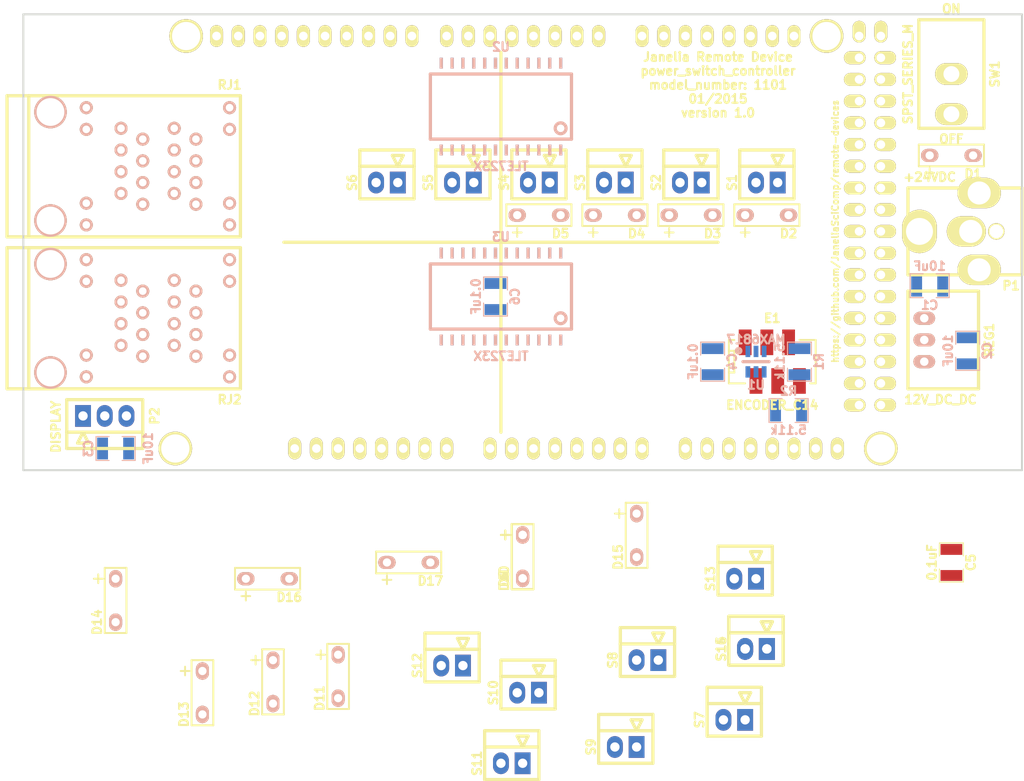
<source format=kicad_pcb>
(kicad_pcb (version 4) (host pcbnew 0.201501042001+5351~20~ubuntu14.04.1-product)

  (general
    (links 165)
    (no_connects 159)
    (area 93.865699 76.085699 210.934301 129.654301)
    (thickness 1.6)
    (drawings 11)
    (tracks 0)
    (zones 0)
    (modules 52)
    (nets 36)
  )

  (page A4)
  (title_block
    (title power_switch_controller)
    (rev 1.0)
  )

  (layers
    (0 F.Cu signal)
    (31 B.Cu signal)
    (32 B.Adhes user)
    (33 F.Adhes user)
    (34 B.Paste user)
    (35 F.Paste user)
    (36 B.SilkS user)
    (37 F.SilkS user)
    (38 B.Mask user)
    (39 F.Mask user)
    (40 Dwgs.User user hide)
    (41 Cmts.User user)
    (42 Eco1.User user)
    (43 Eco2.User user)
    (44 Edge.Cuts user)
    (45 Margin user)
    (46 B.CrtYd user)
    (47 F.CrtYd user)
    (48 B.Fab user)
    (49 F.Fab user)
  )

  (setup
    (last_trace_width 0.254)
    (trace_clearance 0.254)
    (zone_clearance 0.2032)
    (zone_45_only no)
    (trace_min 0.254)
    (segment_width 0.381)
    (edge_width 0.2286)
    (via_size 0.889)
    (via_drill 0.635)
    (via_min_size 0.889)
    (via_min_drill 0.508)
    (uvia_size 0.508)
    (uvia_drill 0.127)
    (uvias_allowed no)
    (uvia_min_size 0.508)
    (uvia_min_drill 0.127)
    (pcb_text_width 0.3)
    (pcb_text_size 1.5 1.5)
    (mod_edge_width 0.381)
    (mod_text_size 1 1)
    (mod_text_width 0.15)
    (pad_size 3.81 6.35)
    (pad_drill 3.0988)
    (pad_to_mask_clearance 0)
    (aux_axis_origin 0 0)
    (visible_elements FFFFFF7F)
    (pcbplotparams
      (layerselection 0x000f0_80000001)
      (usegerberextensions true)
      (excludeedgelayer false)
      (linewidth 0.100000)
      (plotframeref false)
      (viasonmask false)
      (mode 1)
      (useauxorigin false)
      (hpglpennumber 1)
      (hpglpenspeed 20)
      (hpglpendiameter 15)
      (hpglpenoverlay 2)
      (psnegative false)
      (psa4output false)
      (plotreference true)
      (plotvalue true)
      (plotinvisibletext false)
      (padsonsilk false)
      (subtractmaskfromsilk true)
      (outputformat 1)
      (mirror false)
      (drillshape 0)
      (scaleselection 1)
      (outputdirectory gerbers/))
  )

  (net 0 "")
  (net 1 VAA)
  (net 2 GND)
  (net 3 /V_IN)
  (net 4 +5V)
  (net 5 /ENC_BTN)
  (net 6 /ENC_B)
  (net 7 /ENC_A)
  (net 8 /TX3)
  (net 9 /D_ENC_BTN)
  (net 10 "Net-(ARDUINO1-Pad21)")
  (net 11 "Net-(ARDUINO1-Pad20)")
  (net 12 /RST)
  (net 13 /IN)
  (net 14 /CS)
  (net 15 /MISO)
  (net 16 /MOSI)
  (net 17 /SCK)
  (net 18 /LED_PWR)
  (net 19 /OUT0)
  (net 20 /OUT1)
  (net 21 /OUT2)
  (net 22 /OUT3)
  (net 23 /OUT4)
  (net 24 /OUT5)
  (net 25 /OUT6)
  (net 26 /OUT7)
  (net 27 /OUT8)
  (net 28 /OUT9)
  (net 29 /OUT10)
  (net 30 /OUT11)
  (net 31 /OUT12)
  (net 32 /OUT13)
  (net 33 /OUT14)
  (net 34 /OUT15)
  (net 35 /SO1)

  (net_class Default "This is the default net class."
    (clearance 0.254)
    (trace_width 0.254)
    (via_dia 0.889)
    (via_drill 0.635)
    (uvia_dia 0.508)
    (uvia_drill 0.127)
    (add_net /CS)
    (add_net /IN)
    (add_net /LED_PWR)
    (add_net /MISO)
    (add_net /MOSI)
    (add_net /OUT0)
    (add_net /OUT1)
    (add_net /OUT10)
    (add_net /OUT11)
    (add_net /OUT12)
    (add_net /OUT13)
    (add_net /OUT14)
    (add_net /OUT15)
    (add_net /OUT2)
    (add_net /OUT3)
    (add_net /OUT4)
    (add_net /OUT5)
    (add_net /OUT6)
    (add_net /OUT7)
    (add_net /OUT8)
    (add_net /OUT9)
    (add_net /RST)
    (add_net /SCK)
    (add_net /SO1)
    (add_net "Net-(ARDUINO1-Pad20)")
    (add_net "Net-(ARDUINO1-Pad21)")
  )

  (net_class GND ""
    (clearance 0.254)
    (trace_width 0.6096)
    (via_dia 0.889)
    (via_drill 0.635)
    (uvia_dia 0.508)
    (uvia_drill 0.127)
    (add_net GND)
  )

  (net_class POWER ""
    (clearance 0.254)
    (trace_width 0.8128)
    (via_dia 0.889)
    (via_drill 0.635)
    (uvia_dia 0.508)
    (uvia_drill 0.127)
    (add_net +5V)
    (add_net VAA)
  )

  (net_class SIGNAL ""
    (clearance 0.254)
    (trace_width 0.4064)
    (via_dia 0.889)
    (via_drill 0.635)
    (uvia_dia 0.508)
    (uvia_drill 0.127)
    (add_net /D_ENC_BTN)
    (add_net /ENC_A)
    (add_net /ENC_B)
    (add_net /ENC_BTN)
    (add_net /TX3)
    (add_net /V_IN)
  )

  (module power_switch_controller:Micro-MaTch_6_SMD (layer F.Cu) (tedit 5480B1C7) (tstamp 5480C9BE)
    (at 181.61 116.84)
    (path /548B5C76)
    (fp_text reference E1 (at 0 -5.08) (layer F.SilkS)
      (effects (font (size 1.016 1.016) (thickness 0.254)))
    )
    (fp_text value ENCODER_C14 (at 0 5.08) (layer F.SilkS)
      (effects (font (size 1.016 1.016) (thickness 0.254)))
    )
    (fp_line (start -5.08 -1.27) (end -4.445 -1.27) (layer F.SilkS) (width 0.2286))
    (fp_line (start -4.445 -1.27) (end -4.445 1.27) (layer F.SilkS) (width 0.2286))
    (fp_line (start -4.445 1.27) (end -5.08 1.27) (layer F.SilkS) (width 0.2286))
    (fp_line (start -5.08 -2.54) (end -4.445 -2.54) (layer F.SilkS) (width 0.2286))
    (fp_line (start 4.445 2.54) (end 5.08 2.54) (layer F.SilkS) (width 0.2286))
    (fp_line (start 5.08 -2.54) (end 3.175 -2.54) (layer F.SilkS) (width 0.2286))
    (fp_line (start -5.08 2.54) (end -3.175 2.54) (layer F.SilkS) (width 0.2286))
    (fp_line (start 5.08 -2.54) (end 5.08 2.54) (layer F.SilkS) (width 0.2286))
    (fp_line (start -5.08 -2.54) (end -5.08 2.54) (layer F.SilkS) (width 0.2286))
    (pad 1 smd rect (at -3.175 -2.2606) (size 1.4986 2.9972) (layers F.Cu F.Paste F.Mask)
      (net 2 GND))
    (pad 2 smd rect (at -1.905 2.2606) (size 1.4986 2.9972) (layers F.Cu F.Paste F.Mask)
      (net 2 GND))
    (pad 3 smd rect (at -0.635 -2.2606) (size 1.4986 2.9972) (layers F.Cu F.Paste F.Mask)
      (net 5 /ENC_BTN))
    (pad 4 smd rect (at 0.635 2.2606) (size 1.4986 2.9972) (layers F.Cu F.Paste F.Mask)
      (net 6 /ENC_B))
    (pad 5 smd rect (at 1.905 -2.2606) (size 1.4986 2.9972) (layers F.Cu F.Paste F.Mask)
      (net 7 /ENC_A))
    (pad 6 smd rect (at 3.175 2.2606) (size 1.4986 2.9972) (layers F.Cu F.Paste F.Mask)
      (net 4 +5V))
  )

  (module power_switch_controller:SM1210 (layer B.Cu) (tedit 5481F170) (tstamp 5480CA26)
    (at 183.515 122.555 180)
    (tags "CMS SM")
    (path /54893F36)
    (attr smd)
    (fp_text reference R2 (at 0 2.286 180) (layer B.SilkS)
      (effects (font (size 1.016 1.016) (thickness 0.254)) (justify mirror))
    )
    (fp_text value 5.11k (at 0 -2.286 180) (layer B.SilkS)
      (effects (font (size 1.016 1.016) (thickness 0.254)) (justify mirror))
    )
    (fp_line (start -0.762 1.397) (end -2.286 1.397) (layer B.SilkS) (width 0.127))
    (fp_line (start -2.286 1.397) (end -2.286 -1.397) (layer B.SilkS) (width 0.127))
    (fp_line (start -2.286 -1.397) (end -0.762 -1.397) (layer B.SilkS) (width 0.127))
    (fp_line (start 0.762 -1.397) (end 2.286 -1.397) (layer B.SilkS) (width 0.127))
    (fp_line (start 2.286 -1.397) (end 2.286 1.397) (layer B.SilkS) (width 0.127))
    (fp_line (start 2.286 1.397) (end 0.762 1.397) (layer B.SilkS) (width 0.127))
    (pad 1 smd rect (at -1.524 0 180) (size 1.27 2.54) (layers B.Cu B.Paste B.Mask)
      (net 4 +5V))
    (pad 2 smd rect (at 1.524 0 180) (size 1.27 2.54) (layers B.Cu B.Paste B.Mask)
      (net 6 /ENC_B))
    (model smd/chip_cms.wrl
      (at (xyz 0 0 0))
      (scale (xyz 0.17 0.2 0.17))
      (rotate (xyz 0 0 0))
    )
  )

  (module power_switch_controller:SM1210 (layer B.Cu) (tedit 5481F170) (tstamp 5480CA1A)
    (at 184.785 116.84 90)
    (tags "CMS SM")
    (path /54893E85)
    (attr smd)
    (fp_text reference R1 (at 0 2.286 90) (layer B.SilkS)
      (effects (font (size 1.016 1.016) (thickness 0.254)) (justify mirror))
    )
    (fp_text value 5.11k (at 0 -2.286 90) (layer B.SilkS)
      (effects (font (size 1.016 1.016) (thickness 0.254)) (justify mirror))
    )
    (fp_line (start -0.762 1.397) (end -2.286 1.397) (layer B.SilkS) (width 0.127))
    (fp_line (start -2.286 1.397) (end -2.286 -1.397) (layer B.SilkS) (width 0.127))
    (fp_line (start -2.286 -1.397) (end -0.762 -1.397) (layer B.SilkS) (width 0.127))
    (fp_line (start 0.762 -1.397) (end 2.286 -1.397) (layer B.SilkS) (width 0.127))
    (fp_line (start 2.286 -1.397) (end 2.286 1.397) (layer B.SilkS) (width 0.127))
    (fp_line (start 2.286 1.397) (end 0.762 1.397) (layer B.SilkS) (width 0.127))
    (pad 1 smd rect (at -1.524 0 90) (size 1.27 2.54) (layers B.Cu B.Paste B.Mask)
      (net 4 +5V))
    (pad 2 smd rect (at 1.524 0 90) (size 1.27 2.54) (layers B.Cu B.Paste B.Mask)
      (net 7 /ENC_A))
    (model smd/chip_cms.wrl
      (at (xyz 0 0 0))
      (scale (xyz 0.17 0.2 0.17))
      (rotate (xyz 0 0 0))
    )
  )

  (module power_switch_controller:SM1210 (layer B.Cu) (tedit 5481F170) (tstamp 5480C99F)
    (at 149.225 109.22 90)
    (tags "CMS SM")
    (path /54AADA2E)
    (attr smd)
    (fp_text reference C6 (at 0 2.286 90) (layer B.SilkS)
      (effects (font (size 1.016 1.016) (thickness 0.254)) (justify mirror))
    )
    (fp_text value 0.1uF (at 0 -2.286 90) (layer B.SilkS)
      (effects (font (size 1.016 1.016) (thickness 0.254)) (justify mirror))
    )
    (fp_line (start -0.762 1.397) (end -2.286 1.397) (layer B.SilkS) (width 0.127))
    (fp_line (start -2.286 1.397) (end -2.286 -1.397) (layer B.SilkS) (width 0.127))
    (fp_line (start -2.286 -1.397) (end -0.762 -1.397) (layer B.SilkS) (width 0.127))
    (fp_line (start 0.762 -1.397) (end 2.286 -1.397) (layer B.SilkS) (width 0.127))
    (fp_line (start 2.286 -1.397) (end 2.286 1.397) (layer B.SilkS) (width 0.127))
    (fp_line (start 2.286 1.397) (end 0.762 1.397) (layer B.SilkS) (width 0.127))
    (pad 1 smd rect (at -1.524 0 90) (size 1.27 2.54) (layers B.Cu B.Paste B.Mask)
      (net 4 +5V))
    (pad 2 smd rect (at 1.524 0 90) (size 1.27 2.54) (layers B.Cu B.Paste B.Mask)
      (net 2 GND))
    (model smd/chip_cms.wrl
      (at (xyz 0 0 0))
      (scale (xyz 0.17 0.2 0.17))
      (rotate (xyz 0 0 0))
    )
  )

  (module power_switch_controller:SM1210 (layer F.Cu) (tedit 5481F170) (tstamp 5480C993)
    (at 202.565 140.335 270)
    (tags "CMS SM")
    (path /548B293B)
    (attr smd)
    (fp_text reference C5 (at 0 -2.286 270) (layer F.SilkS)
      (effects (font (size 1.016 1.016) (thickness 0.254)))
    )
    (fp_text value 0.1uF (at 0 2.286 270) (layer F.SilkS)
      (effects (font (size 1.016 1.016) (thickness 0.254)))
    )
    (fp_line (start -0.762 -1.397) (end -2.286 -1.397) (layer F.SilkS) (width 0.127))
    (fp_line (start -2.286 -1.397) (end -2.286 1.397) (layer F.SilkS) (width 0.127))
    (fp_line (start -2.286 1.397) (end -0.762 1.397) (layer F.SilkS) (width 0.127))
    (fp_line (start 0.762 1.397) (end 2.286 1.397) (layer F.SilkS) (width 0.127))
    (fp_line (start 2.286 1.397) (end 2.286 -1.397) (layer F.SilkS) (width 0.127))
    (fp_line (start 2.286 -1.397) (end 0.762 -1.397) (layer F.SilkS) (width 0.127))
    (pad 1 smd rect (at -1.524 0 270) (size 1.27 2.54) (layers F.Cu F.Paste F.Mask)
      (net 4 +5V))
    (pad 2 smd rect (at 1.524 0 270) (size 1.27 2.54) (layers F.Cu F.Paste F.Mask)
      (net 2 GND))
    (model smd/chip_cms.wrl
      (at (xyz 0 0 0))
      (scale (xyz 0.17 0.2 0.17))
      (rotate (xyz 0 0 0))
    )
  )

  (module power_switch_controller:SM1210 (layer B.Cu) (tedit 5481F170) (tstamp 5480C987)
    (at 174.625 116.84 90)
    (tags "CMS SM")
    (path /5489352B)
    (attr smd)
    (fp_text reference C4 (at 0 2.286 90) (layer B.SilkS)
      (effects (font (size 1.016 1.016) (thickness 0.254)) (justify mirror))
    )
    (fp_text value 0.1uF (at 0 -2.286 90) (layer B.SilkS)
      (effects (font (size 1.016 1.016) (thickness 0.254)) (justify mirror))
    )
    (fp_line (start -0.762 1.397) (end -2.286 1.397) (layer B.SilkS) (width 0.127))
    (fp_line (start -2.286 1.397) (end -2.286 -1.397) (layer B.SilkS) (width 0.127))
    (fp_line (start -2.286 -1.397) (end -0.762 -1.397) (layer B.SilkS) (width 0.127))
    (fp_line (start 0.762 -1.397) (end 2.286 -1.397) (layer B.SilkS) (width 0.127))
    (fp_line (start 2.286 -1.397) (end 2.286 1.397) (layer B.SilkS) (width 0.127))
    (fp_line (start 2.286 1.397) (end 0.762 1.397) (layer B.SilkS) (width 0.127))
    (pad 1 smd rect (at -1.524 0 90) (size 1.27 2.54) (layers B.Cu B.Paste B.Mask)
      (net 4 +5V))
    (pad 2 smd rect (at 1.524 0 90) (size 1.27 2.54) (layers B.Cu B.Paste B.Mask)
      (net 2 GND))
    (model smd/chip_cms.wrl
      (at (xyz 0 0 0))
      (scale (xyz 0.17 0.2 0.17))
      (rotate (xyz 0 0 0))
    )
  )

  (module power_switch_controller:SM1210 (layer B.Cu) (tedit 54AAF7AF) (tstamp 5480C97B)
    (at 104.775 127 180)
    (tags "CMS SM")
    (path /5489288F)
    (attr smd)
    (fp_text reference C3 (at 3.175 0 270) (layer B.SilkS)
      (effects (font (size 1.016 1.016) (thickness 0.254)) (justify mirror))
    )
    (fp_text value 10uF (at -3.81 0 270) (layer B.SilkS)
      (effects (font (size 1.016 1.016) (thickness 0.254)) (justify mirror))
    )
    (fp_line (start -0.762 1.397) (end -2.286 1.397) (layer B.SilkS) (width 0.127))
    (fp_line (start -2.286 1.397) (end -2.286 -1.397) (layer B.SilkS) (width 0.127))
    (fp_line (start -2.286 -1.397) (end -0.762 -1.397) (layer B.SilkS) (width 0.127))
    (fp_line (start 0.762 -1.397) (end 2.286 -1.397) (layer B.SilkS) (width 0.127))
    (fp_line (start 2.286 -1.397) (end 2.286 1.397) (layer B.SilkS) (width 0.127))
    (fp_line (start 2.286 1.397) (end 0.762 1.397) (layer B.SilkS) (width 0.127))
    (pad 1 smd rect (at -1.524 0 180) (size 1.27 2.54) (layers B.Cu B.Paste B.Mask)
      (net 4 +5V))
    (pad 2 smd rect (at 1.524 0 180) (size 1.27 2.54) (layers B.Cu B.Paste B.Mask)
      (net 2 GND))
    (model smd/chip_cms.wrl
      (at (xyz 0 0 0))
      (scale (xyz 0.17 0.2 0.17))
      (rotate (xyz 0 0 0))
    )
  )

  (module power_switch_controller:SM1210 (layer B.Cu) (tedit 5481F170) (tstamp 5480C96F)
    (at 204.47 115.57 90)
    (tags "CMS SM")
    (path /54892682)
    (attr smd)
    (fp_text reference C2 (at 0 2.286 90) (layer B.SilkS)
      (effects (font (size 1.016 1.016) (thickness 0.254)) (justify mirror))
    )
    (fp_text value 10uF (at 0 -2.286 90) (layer B.SilkS)
      (effects (font (size 1.016 1.016) (thickness 0.254)) (justify mirror))
    )
    (fp_line (start -0.762 1.397) (end -2.286 1.397) (layer B.SilkS) (width 0.127))
    (fp_line (start -2.286 1.397) (end -2.286 -1.397) (layer B.SilkS) (width 0.127))
    (fp_line (start -2.286 -1.397) (end -0.762 -1.397) (layer B.SilkS) (width 0.127))
    (fp_line (start 0.762 -1.397) (end 2.286 -1.397) (layer B.SilkS) (width 0.127))
    (fp_line (start 2.286 -1.397) (end 2.286 1.397) (layer B.SilkS) (width 0.127))
    (fp_line (start 2.286 1.397) (end 0.762 1.397) (layer B.SilkS) (width 0.127))
    (pad 1 smd rect (at -1.524 0 90) (size 1.27 2.54) (layers B.Cu B.Paste B.Mask)
      (net 3 /V_IN))
    (pad 2 smd rect (at 1.524 0 90) (size 1.27 2.54) (layers B.Cu B.Paste B.Mask)
      (net 2 GND))
    (model smd/chip_cms.wrl
      (at (xyz 0 0 0))
      (scale (xyz 0.17 0.2 0.17))
      (rotate (xyz 0 0 0))
    )
  )

  (module power_switch_controller:SM1210 (layer B.Cu) (tedit 5481F170) (tstamp 5480C963)
    (at 200.025 107.95)
    (tags "CMS SM")
    (path /548925C4)
    (attr smd)
    (fp_text reference C1 (at 0 2.286) (layer B.SilkS)
      (effects (font (size 1.016 1.016) (thickness 0.254)) (justify mirror))
    )
    (fp_text value 10uF (at 0 -2.286) (layer B.SilkS)
      (effects (font (size 1.016 1.016) (thickness 0.254)) (justify mirror))
    )
    (fp_line (start -0.762 1.397) (end -2.286 1.397) (layer B.SilkS) (width 0.127))
    (fp_line (start -2.286 1.397) (end -2.286 -1.397) (layer B.SilkS) (width 0.127))
    (fp_line (start -2.286 -1.397) (end -0.762 -1.397) (layer B.SilkS) (width 0.127))
    (fp_line (start 0.762 -1.397) (end 2.286 -1.397) (layer B.SilkS) (width 0.127))
    (fp_line (start 2.286 -1.397) (end 2.286 1.397) (layer B.SilkS) (width 0.127))
    (fp_line (start 2.286 1.397) (end 0.762 1.397) (layer B.SilkS) (width 0.127))
    (pad 1 smd rect (at -1.524 0) (size 1.27 2.54) (layers B.Cu B.Paste B.Mask)
      (net 1 VAA))
    (pad 2 smd rect (at 1.524 0) (size 1.27 2.54) (layers B.Cu B.Paste B.Mask)
      (net 2 GND))
    (model smd/chip_cms.wrl
      (at (xyz 0 0 0))
      (scale (xyz 0.17 0.2 0.17))
      (rotate (xyz 0 0 0))
    )
  )

  (module power_switch_controller:MAX6817 (layer B.Cu) (tedit 5481F483) (tstamp 5480CAD6)
    (at 179.705 116.84 270)
    (path /5489DAE1)
    (fp_text reference U1 (at 2.7178 0 540) (layer B.SilkS)
      (effects (font (size 1.016 1.016) (thickness 0.254)) (justify mirror))
    )
    (fp_text value MAX6817 (at -2.5908 0 540) (layer B.SilkS)
      (effects (font (size 1.016 1.016) (thickness 0.254)) (justify mirror))
    )
    (fp_line (start 0 1.524) (end 0 -1.524) (layer B.SilkS) (width 0.381))
    (fp_circle (center -1.27 2.032) (end -1.27 2.286) (layer B.SilkS) (width 0.381))
    (pad 1 smd rect (at -1.19888 0.94996 270) (size 1.33096 0.5588) (layers B.Cu B.Paste B.Mask)
      (net 5 /ENC_BTN) (solder_mask_margin 0.1016) (clearance 0.1016))
    (pad 2 smd rect (at -1.19888 0 270) (size 1.33096 0.5588) (layers B.Cu B.Paste B.Mask)
      (net 2 GND) (solder_mask_margin 0.1016) (clearance 0.1016))
    (pad 3 smd rect (at -1.19888 -0.94996 270) (size 1.33096 0.5588) (layers B.Cu B.Paste B.Mask)
      (solder_mask_margin 0.1016) (clearance 0.1016))
    (pad 4 smd rect (at 1.19888 -0.94996 270) (size 1.33096 0.5588) (layers B.Cu B.Paste B.Mask)
      (solder_mask_margin 0.1016) (clearance 0.1016))
    (pad 5 smd rect (at 1.19888 0 270) (size 1.33096 0.5588) (layers B.Cu B.Paste B.Mask)
      (net 4 +5V) (solder_mask_margin 0.1016) (clearance 0.1016))
    (pad 6 smd rect (at 1.19888 0.94996 270) (size 1.33096 0.5588) (layers B.Cu B.Paste B.Mask)
      (net 9 /D_ENC_BTN) (solder_mask_margin 0.1016) (clearance 0.1016))
  )

  (module power_switch_controller:ARDUINO_MEGA_SHIELD (layer F.Cu) (tedit 5481ED60) (tstamp 5488C98D)
    (at 97.79 129.54)
    (path /5489C516)
    (fp_text reference ARDUINO1 (at 26.035 -41.275) (layer F.SilkS) hide
      (effects (font (thickness 0.3048)))
    )
    (fp_text value ARDUINO_MEGA (at 25.4 -38.1) (layer F.SilkS) hide
      (effects (font (thickness 0.3048)))
    )
    (fp_circle (center 66.04 -7.62) (end 66.04 -9.525) (layer Dwgs.User) (width 0.381))
    (fp_circle (center 66.04 -35.56) (end 66.04 -37.465) (layer Dwgs.User) (width 0.381))
    (fp_text user USB (at 3.81 -38.1) (layer F.SilkS) hide
      (effects (font (thickness 0.3048)))
    )
    (fp_line (start 62.23 -24.13) (end 67.31 -24.13) (layer Dwgs.User) (width 0.381))
    (fp_line (start 67.31 -24.13) (end 67.31 -31.75) (layer Dwgs.User) (width 0.381))
    (fp_line (start 67.31 -31.75) (end 62.23 -31.75) (layer Dwgs.User) (width 0.381))
    (fp_line (start 62.23 -31.75) (end 62.23 -24.13) (layer Dwgs.User) (width 0.381))
    (fp_line (start 14.605 -43.815) (end 14.605 -48.26) (layer Dwgs.User) (width 0.381))
    (fp_line (start 17.145 -48.895) (end 22.225 -48.895) (layer Dwgs.User) (width 0.381))
    (fp_line (start 22.225 -48.895) (end 22.225 -43.815) (layer Dwgs.User) (width 0.381))
    (fp_line (start 22.225 -43.815) (end 14.605 -43.815) (layer Dwgs.User) (width 0.381))
    (fp_circle (center 74.295 -27.94) (end 74.295 -31.115) (layer Dwgs.User) (width 0.381))
    (fp_line (start -6.35 -31.75) (end -6.35 -44.45) (layer Dwgs.User) (width 0.381))
    (fp_line (start -6.35 -44.45) (end 9.525 -44.45) (layer Dwgs.User) (width 0.381))
    (fp_line (start 9.525 -44.45) (end 9.525 -31.75) (layer Dwgs.User) (width 0.381))
    (fp_line (start 9.525 -31.75) (end -6.35 -31.75) (layer Dwgs.User) (width 0.381))
    (fp_line (start 66.04 -0.635) (end 66.04 0) (layer Dwgs.User) (width 0.381))
    (fp_line (start 67.31 -3.81) (end 68.58 -5.08) (layer Dwgs.User) (width 0.381))
    (fp_line (start -2.54 -3.175) (end -2.54 -13.335) (layer Dwgs.User) (width 0.381))
    (fp_line (start -2.54 -13.335) (end 11.43 -13.335) (layer Dwgs.User) (width 0.381))
    (fp_line (start 11.43 -13.335) (end 11.43 -3.175) (layer Dwgs.User) (width 0.381))
    (fp_line (start 11.43 -3.175) (end -2.54 -3.175) (layer Dwgs.User) (width 0.381))
    (fp_line (start 64.77 -53.34) (end 66.04 -52.07) (layer Dwgs.User) (width 0.381))
    (fp_line (start 66.04 -52.07) (end 66.04 -40.64) (layer Dwgs.User) (width 0.381))
    (fp_line (start 66.04 -40.64) (end 68.58 -38.1) (layer Dwgs.User) (width 0.381))
    (fp_line (start 68.58 -38.1) (end 68.58 -5.08) (layer Dwgs.User) (width 0.381))
    (fp_line (start 0 0) (end 0 -53.34) (layer Dwgs.User) (width 0.381))
    (fp_line (start 0 -53.34) (end 96.52 -53.34) (layer Dwgs.User) (width 0.381))
    (fp_line (start 96.52 -53.34) (end 99.06 -50.8) (layer Dwgs.User) (width 0.381))
    (fp_line (start 99.06 -50.8) (end 99.06 -40.64) (layer Dwgs.User) (width 0.381))
    (fp_line (start 99.06 -40.64) (end 101.6 -38.1) (layer Dwgs.User) (width 0.381))
    (fp_line (start 101.6 -38.1) (end 101.6 -3.81) (layer Dwgs.User) (width 0.381))
    (fp_line (start 101.6 -3.81) (end 99.06 -1.27) (layer Dwgs.User) (width 0.381))
    (fp_line (start 99.06 -1.27) (end 99.06 0) (layer Dwgs.User) (width 0.381))
    (fp_line (start 99.06 0) (end 0 0) (layer Dwgs.User) (width 0.381))
    (pad "" thru_hole circle (at 13.97 -2.54) (size 3.937 3.937) (drill 3.302) (layers *.Cu *.Mask F.SilkS))
    (pad "" thru_hole circle (at 15.24 -50.8) (size 3.937 3.937) (drill 3.302) (layers *.Cu *.Mask F.SilkS))
    (pad "" thru_hole circle (at 96.52 -2.54) (size 3.937 3.937) (drill 3.302) (layers *.Cu *.Mask F.SilkS))
    (pad "" thru_hole circle (at 90.17 -50.8) (size 3.937 3.937) (drill 3.302) (layers *.Cu *.Mask F.SilkS))
    (pad NC thru_hole oval (at 27.94 -2.54 90) (size 2.54 1.524) (drill 1.016) (layers *.Cu *.Mask F.SilkS))
    (pad IREF thru_hole oval (at 30.48 -2.54 90) (size 2.54 1.524) (drill 1.016) (layers *.Cu *.Mask F.SilkS))
    (pad RST thru_hole oval (at 33.02 -2.54 90) (size 2.54 1.524) (drill 1.016) (layers *.Cu *.Mask F.SilkS)
      (net 12 /RST))
    (pad 3V3 thru_hole oval (at 35.56 -2.54 90) (size 2.54 1.524) (drill 1.016) (layers *.Cu *.Mask F.SilkS))
    (pad 5V_1 thru_hole oval (at 38.1 -2.54 90) (size 2.54 1.524) (drill 1.016) (layers *.Cu *.Mask F.SilkS)
      (net 4 +5V))
    (pad GND1 thru_hole oval (at 40.64 -2.54 90) (size 2.54 1.524) (drill 1.016) (layers *.Cu *.Mask F.SilkS)
      (net 2 GND))
    (pad GND2 thru_hole oval (at 43.18 -2.54 90) (size 2.54 1.524) (drill 1.016) (layers *.Cu *.Mask F.SilkS)
      (net 2 GND))
    (pad V_IN thru_hole oval (at 45.72 -2.54 90) (size 2.54 1.524) (drill 1.016) (layers *.Cu *.Mask F.SilkS)
      (net 3 /V_IN))
    (pad A0 thru_hole oval (at 50.8 -2.54 90) (size 2.54 1.524) (drill 1.016) (layers *.Cu *.Mask F.SilkS))
    (pad A1 thru_hole oval (at 53.34 -2.54 90) (size 2.54 1.524) (drill 1.016) (layers *.Cu *.Mask F.SilkS))
    (pad A2 thru_hole oval (at 55.88 -2.54 90) (size 2.54 1.524) (drill 1.016) (layers *.Cu *.Mask F.SilkS))
    (pad A3 thru_hole oval (at 58.42 -2.54 90) (size 2.54 1.524) (drill 1.016) (layers *.Cu *.Mask F.SilkS))
    (pad A4 thru_hole oval (at 60.96 -2.54 90) (size 2.54 1.524) (drill 1.016) (layers *.Cu *.Mask F.SilkS))
    (pad A5 thru_hole oval (at 63.5 -2.54 90) (size 2.54 1.524) (drill 1.016) (layers *.Cu *.Mask F.SilkS))
    (pad A6 thru_hole oval (at 66.04 -2.54 90) (size 2.54 1.524) (drill 1.016) (layers *.Cu *.Mask F.SilkS))
    (pad A7 thru_hole oval (at 68.58 -2.54 90) (size 2.54 1.524) (drill 1.016) (layers *.Cu *.Mask F.SilkS))
    (pad A8 thru_hole oval (at 73.66 -2.54 90) (size 2.54 1.524) (drill 1.016) (layers *.Cu *.Mask F.SilkS))
    (pad A9 thru_hole oval (at 76.2 -2.54 90) (size 2.54 1.524) (drill 1.016) (layers *.Cu *.Mask F.SilkS))
    (pad A10 thru_hole oval (at 78.74 -2.54 90) (size 2.54 1.524) (drill 1.016) (layers *.Cu *.Mask F.SilkS))
    (pad A11 thru_hole oval (at 81.28 -2.54 90) (size 2.54 1.524) (drill 1.016) (layers *.Cu *.Mask F.SilkS))
    (pad A12 thru_hole oval (at 83.82 -2.54 90) (size 2.54 1.524) (drill 1.016) (layers *.Cu *.Mask F.SilkS))
    (pad A13 thru_hole oval (at 86.36 -2.54 90) (size 2.54 1.524) (drill 1.016) (layers *.Cu *.Mask F.SilkS))
    (pad A14 thru_hole oval (at 88.9 -2.54 90) (size 2.54 1.524) (drill 1.016) (layers *.Cu *.Mask F.SilkS))
    (pad A15 thru_hole oval (at 91.44 -2.54 90) (size 2.54 1.524) (drill 1.016) (layers *.Cu *.Mask F.SilkS))
    (pad 21 thru_hole oval (at 18.796 -50.8 90) (size 2.54 1.524) (drill 1.016) (layers *.Cu *.Mask F.SilkS)
      (net 10 "Net-(ARDUINO1-Pad21)"))
    (pad 20 thru_hole oval (at 21.336 -50.8 90) (size 2.54 1.524) (drill 1.016) (layers *.Cu *.Mask F.SilkS)
      (net 11 "Net-(ARDUINO1-Pad20)"))
    (pad AREF thru_hole oval (at 23.876 -50.8 90) (size 2.54 1.524) (drill 1.016) (layers *.Cu *.Mask F.SilkS))
    (pad GND3 thru_hole oval (at 26.416 -50.8 90) (size 2.54 1.524) (drill 1.016) (layers *.Cu *.Mask F.SilkS))
    (pad 13 thru_hole oval (at 28.956 -50.8 90) (size 2.54 1.524) (drill 1.016) (layers *.Cu *.Mask F.SilkS))
    (pad 12 thru_hole oval (at 31.496 -50.8 90) (size 2.54 1.524) (drill 1.016) (layers *.Cu *.Mask F.SilkS))
    (pad 11 thru_hole oval (at 34.036 -50.8 90) (size 2.54 1.524) (drill 1.016) (layers *.Cu *.Mask F.SilkS))
    (pad 10 thru_hole oval (at 36.576 -50.8 90) (size 2.54 1.524) (drill 1.016) (layers *.Cu *.Mask F.SilkS))
    (pad 9 thru_hole oval (at 39.116 -50.8 90) (size 2.54 1.524) (drill 1.016) (layers *.Cu *.Mask F.SilkS))
    (pad 8 thru_hole oval (at 41.656 -50.8 90) (size 2.54 1.524) (drill 1.016) (layers *.Cu *.Mask F.SilkS))
    (pad 7 thru_hole oval (at 45.72 -50.8 90) (size 2.54 1.524) (drill 1.016) (layers *.Cu *.Mask F.SilkS))
    (pad 0 thru_hole oval (at 63.5 -50.8 90) (size 2.54 1.524) (drill 1.016) (layers *.Cu *.Mask F.SilkS))
    (pad 1 thru_hole oval (at 60.96 -50.8 90) (size 2.54 1.524) (drill 1.016) (layers *.Cu *.Mask F.SilkS))
    (pad 2 thru_hole oval (at 58.42 -50.8 90) (size 2.54 1.524) (drill 1.016) (layers *.Cu *.Mask F.SilkS)
      (net 7 /ENC_A))
    (pad 3 thru_hole oval (at 55.88 -50.8 90) (size 2.54 1.524) (drill 1.016) (layers *.Cu *.Mask F.SilkS)
      (net 6 /ENC_B))
    (pad 4 thru_hole oval (at 53.34 -50.8 90) (size 2.54 1.524) (drill 1.016) (layers *.Cu *.Mask F.SilkS))
    (pad 5 thru_hole oval (at 50.8 -50.8 90) (size 2.54 1.524) (drill 1.016) (layers *.Cu *.Mask F.SilkS))
    (pad 6 thru_hole oval (at 48.26 -50.8 90) (size 2.54 1.524) (drill 1.016) (layers *.Cu *.Mask F.SilkS))
    (pad 14 thru_hole oval (at 68.58 -50.8 90) (size 2.54 1.524) (drill 1.016) (layers *.Cu *.Mask F.SilkS)
      (net 8 /TX3))
    (pad 15 thru_hole oval (at 71.12 -50.8 90) (size 2.54 1.524) (drill 1.016) (layers *.Cu *.Mask F.SilkS))
    (pad 16 thru_hole oval (at 73.66 -50.8 90) (size 2.54 1.524) (drill 1.016) (layers *.Cu *.Mask F.SilkS))
    (pad 17 thru_hole oval (at 76.2 -50.8 90) (size 2.54 1.524) (drill 1.016) (layers *.Cu *.Mask F.SilkS))
    (pad 18 thru_hole oval (at 78.74 -50.8 90) (size 2.54 1.524) (drill 1.016) (layers *.Cu *.Mask F.SilkS))
    (pad 19 thru_hole oval (at 81.28 -50.8 90) (size 2.54 1.524) (drill 1.016) (layers *.Cu *.Mask F.SilkS)
      (net 9 /D_ENC_BTN))
    (pad 20 thru_hole oval (at 83.82 -50.8 90) (size 2.54 1.524) (drill 1.016) (layers *.Cu *.Mask F.SilkS)
      (net 11 "Net-(ARDUINO1-Pad20)"))
    (pad 21 thru_hole oval (at 86.36 -50.8 90) (size 2.54 1.524) (drill 1.016) (layers *.Cu *.Mask F.SilkS)
      (net 10 "Net-(ARDUINO1-Pad21)"))
    (pad 5V_4 thru_hole oval (at 93.98 -50.8 90) (size 2.54 1.524) (drill 1.016 (offset 0.508 0)) (layers *.Cu *.Mask F.SilkS))
    (pad 5V_5 thru_hole oval (at 96.52 -50.8 90) (size 2.54 1.524) (drill 1.016 (offset 0.508 0)) (layers *.Cu *.Mask F.SilkS))
    (pad 22 thru_hole oval (at 93.98 -48.26 90) (size 1.524 2.54) (drill 1.016 (offset 0 -0.508)) (layers *.Cu *.Mask F.SilkS))
    (pad 23 thru_hole oval (at 96.52 -48.26 90) (size 1.524 2.54) (drill 1.016 (offset 0 0.508)) (layers *.Cu *.Mask F.SilkS))
    (pad 24 thru_hole oval (at 93.98 -45.72 90) (size 1.524 2.54) (drill 1.016 (offset 0 -0.508)) (layers *.Cu *.Mask F.SilkS))
    (pad 25 thru_hole oval (at 96.52 -45.72 90) (size 1.524 2.54) (drill 1.016 (offset 0 0.508)) (layers *.Cu *.Mask F.SilkS))
    (pad 26 thru_hole oval (at 93.98 -43.18 90) (size 1.524 2.54) (drill 1.016 (offset 0 -0.508)) (layers *.Cu *.Mask F.SilkS))
    (pad 27 thru_hole oval (at 96.52 -43.18 90) (size 1.524 2.54) (drill 1.016 (offset 0 0.508)) (layers *.Cu *.Mask F.SilkS))
    (pad 28 thru_hole oval (at 93.98 -40.64 90) (size 1.524 2.54) (drill 1.016 (offset 0 -0.508)) (layers *.Cu *.Mask F.SilkS))
    (pad 29 thru_hole oval (at 96.52 -40.64 90) (size 1.524 2.54) (drill 1.016 (offset 0 0.508)) (layers *.Cu *.Mask F.SilkS))
    (pad 30 thru_hole oval (at 93.98 -38.1 90) (size 1.524 2.54) (drill 1.016 (offset 0 -0.508)) (layers *.Cu *.Mask F.SilkS))
    (pad 31 thru_hole oval (at 96.52 -38.1 90) (size 1.524 2.54) (drill 1.016 (offset 0 0.508)) (layers *.Cu *.Mask F.SilkS))
    (pad 32 thru_hole oval (at 93.98 -35.56 90) (size 1.524 2.54) (drill 1.016 (offset 0 -0.508)) (layers *.Cu *.Mask F.SilkS))
    (pad 33 thru_hole oval (at 96.52 -35.56 90) (size 1.524 2.54) (drill 1.016 (offset 0 0.508)) (layers *.Cu *.Mask F.SilkS))
    (pad 34 thru_hole oval (at 93.98 -33.02 90) (size 1.524 2.54) (drill 1.016 (offset 0 -0.508)) (layers *.Cu *.Mask F.SilkS))
    (pad 35 thru_hole oval (at 96.52 -33.02 90) (size 1.524 2.54) (drill 1.016 (offset 0 0.508)) (layers *.Cu *.Mask F.SilkS))
    (pad 36 thru_hole oval (at 93.98 -30.48 90) (size 1.524 2.54) (drill 1.016 (offset 0 -0.508)) (layers *.Cu *.Mask F.SilkS))
    (pad 37 thru_hole oval (at 96.52 -30.48 90) (size 1.524 2.54) (drill 1.016 (offset 0 0.508)) (layers *.Cu *.Mask F.SilkS))
    (pad 38 thru_hole oval (at 93.98 -27.94 90) (size 1.524 2.54) (drill 1.016 (offset 0 -0.508)) (layers *.Cu *.Mask F.SilkS))
    (pad 39 thru_hole oval (at 96.52 -27.94 90) (size 1.524 2.54) (drill 1.016 (offset 0 0.508)) (layers *.Cu *.Mask F.SilkS))
    (pad 40 thru_hole oval (at 93.98 -25.4 90) (size 1.524 2.54) (drill 1.016 (offset 0 -0.508)) (layers *.Cu *.Mask F.SilkS))
    (pad 41 thru_hole oval (at 96.52 -25.4 90) (size 1.524 2.54) (drill 1.016 (offset 0 0.508)) (layers *.Cu *.Mask F.SilkS))
    (pad 42 thru_hole oval (at 93.98 -22.86 90) (size 1.524 2.54) (drill 1.016 (offset 0 -0.508)) (layers *.Cu *.Mask F.SilkS))
    (pad 43 thru_hole oval (at 96.52 -22.86 90) (size 1.524 2.54) (drill 1.016 (offset 0 0.508)) (layers *.Cu *.Mask F.SilkS))
    (pad 44 thru_hole oval (at 93.98 -20.32 90) (size 1.524 2.54) (drill 1.016 (offset 0 -0.508)) (layers *.Cu *.Mask F.SilkS))
    (pad 45 thru_hole oval (at 96.52 -20.32 90) (size 1.524 2.54) (drill 1.016 (offset 0 0.508)) (layers *.Cu *.Mask F.SilkS))
    (pad 46 thru_hole oval (at 93.98 -17.78 90) (size 1.524 2.54) (drill 1.016 (offset 0 -0.508)) (layers *.Cu *.Mask F.SilkS))
    (pad 47 thru_hole oval (at 96.52 -17.78 90) (size 1.524 2.54) (drill 1.016 (offset 0 0.508)) (layers *.Cu *.Mask F.SilkS))
    (pad 48 thru_hole oval (at 93.98 -15.24 90) (size 1.524 2.54) (drill 1.016 (offset 0 -0.508)) (layers *.Cu *.Mask F.SilkS)
      (net 13 /IN))
    (pad 49 thru_hole oval (at 96.52 -15.24 90) (size 1.524 2.54) (drill 1.016 (offset 0 0.508)) (layers *.Cu *.Mask F.SilkS)
      (net 14 /CS))
    (pad 50 thru_hole oval (at 93.98 -12.7 90) (size 1.524 2.54) (drill 1.016 (offset 0 -0.508)) (layers *.Cu *.Mask F.SilkS)
      (net 15 /MISO))
    (pad 51 thru_hole oval (at 96.52 -12.7 90) (size 1.524 2.54) (drill 1.016 (offset 0 0.508)) (layers *.Cu *.Mask F.SilkS)
      (net 16 /MOSI))
    (pad 52 thru_hole oval (at 93.98 -10.16 90) (size 1.524 2.54) (drill 1.016 (offset 0 -0.508)) (layers *.Cu *.Mask F.SilkS)
      (net 17 /SCK))
    (pad 53 thru_hole oval (at 96.52 -10.16 90) (size 1.524 2.54) (drill 1.016 (offset 0 0.508)) (layers *.Cu *.Mask F.SilkS))
    (pad GND4 thru_hole oval (at 93.98 -7.62 90) (size 1.524 2.54) (drill 1.016 (offset 0 -0.508)) (layers *.Cu *.Mask F.SilkS))
    (pad GND5 thru_hole oval (at 96.52 -7.62 90) (size 1.524 2.54) (drill 1.016 (offset 0 0.508)) (layers *.Cu *.Mask F.SilkS))
  )

  (module power_switch_controller:Header_Shrouded_3_Pin (layer F.Cu) (tedit 5488CAF4) (tstamp 5480CA0E)
    (at 103.505 123.19 180)
    (path /5489D3E6)
    (fp_text reference P2 (at -5.842 0 270) (layer F.SilkS)
      (effects (font (size 1.016 1.016) (thickness 0.254)))
    )
    (fp_text value HEADER_01X03 (at 0 -5.08 180) (layer F.SilkS) hide
      (effects (font (size 1.016 1.016) (thickness 0.254)))
    )
    (fp_line (start 1.905 -3.175) (end 2.54 -1.905) (layer F.SilkS) (width 0.381))
    (fp_line (start 2.54 -1.905) (end 3.175 -3.175) (layer F.SilkS) (width 0.381))
    (fp_line (start 3.175 -3.175) (end 1.905 -3.175) (layer F.SilkS) (width 0.381))
    (fp_line (start -4.445 -3.81) (end 4.445 -3.81) (layer F.SilkS) (width 0.381))
    (fp_line (start 4.445 -3.81) (end 4.445 -1.905) (layer F.SilkS) (width 0.381))
    (fp_line (start -4.445 -3.81) (end -4.445 -1.905) (layer F.SilkS) (width 0.381))
    (fp_line (start -4.445 -1.905) (end -4.445 1.905) (layer F.SilkS) (width 0.381))
    (fp_line (start -4.445 1.905) (end 4.445 1.905) (layer F.SilkS) (width 0.381))
    (fp_line (start 4.445 1.905) (end 4.445 -1.905) (layer F.SilkS) (width 0.381))
    (fp_line (start 4.445 -1.905) (end -4.445 -1.905) (layer F.SilkS) (width 0.381))
    (pad 2 thru_hole oval (at 0 0 180) (size 1.8542 2.54) (drill 1.0922) (layers *.Cu *.Mask)
      (net 2 GND))
    (pad 3 thru_hole oval (at -2.54 0 180) (size 1.8542 2.54) (drill 1.0922) (layers *.Cu *.Mask)
      (net 4 +5V))
    (pad 1 thru_hole rect (at 2.54 0 180) (size 1.8542 2.54) (drill 1.0922) (layers *.Cu *.Mask)
      (net 8 /TX3))
  )

  (module power_switch_controller:DCJACK_2PIN_HIGHCURRENT (layer F.Cu) (tedit 5488CB56) (tstamp 5480C9FD)
    (at 210.82 101.6 270)
    (path /5488FCDE)
    (fp_text reference P1 (at 6.35 1.27 360) (layer F.SilkS)
      (effects (font (size 1.016 1.016) (thickness 0.254)))
    )
    (fp_text value PWR_JACK_2.5x5.5 (at -6.35 10.795 360) (layer F.SilkS) hide
      (effects (font (size 1.016 1.016) (thickness 0.254)))
    )
    (fp_line (start -5.08 13.335) (end 5.08 13.335) (layer F.SilkS) (width 0.381))
    (fp_line (start 5.08 13.335) (end 5.08 0) (layer F.SilkS) (width 0.381))
    (fp_line (start -5.08 13.335) (end -5.08 0) (layer F.SilkS) (width 0.381))
    (fp_line (start -5.08 0) (end 5.08 0) (layer F.SilkS) (width 0.381))
    (pad "" thru_hole circle (at 0 2.9972 270) (size 1.9304 1.9304) (drill 1.6002) (layers *.Cu *.Mask F.SilkS))
    (pad 2 thru_hole oval (at 0 5.9944 270) (size 3.556 4.572) (drill 2.6924 (offset 0 0.508)) (layers *.Cu *.Mask F.SilkS)
      (net 2 GND))
    (pad 1 thru_hole oval (at 0 11.9888 270) (size 5.08 4.064) (drill 3.1496) (layers *.Cu *.Mask F.SilkS)
      (net 1 VAA))
    (pad "" thru_hole oval (at -4.4958 5.0038 270) (size 3.556 5.08) (drill 2.6924) (layers *.Cu *.Mask F.SilkS))
    (pad "" thru_hole oval (at 4.4958 5.0038 270) (size 3.556 5.08) (drill 2.6924) (layers *.Cu *.Mask F.SilkS))
  )

  (module power_switch_controller:DC_DC_CONV_R78C (layer F.Cu) (tedit 5488CBD4) (tstamp 5480CA49)
    (at 199.39 114.3 270)
    (path /5489CB72)
    (fp_text reference REG1 (at 0 -7.62 270) (layer F.SilkS)
      (effects (font (size 1.016 1.016) (thickness 0.254)))
    )
    (fp_text value CONV_DC_DC_12V_1A (at 6.858 -2.286 360) (layer F.SilkS) hide
      (effects (font (size 1.016 1.016) (thickness 0.254)))
    )
    (fp_line (start 5.715 1.905) (end 5.715 -6.35) (layer F.SilkS) (width 0.381))
    (fp_line (start 5.715 -6.35) (end -5.715 -6.35) (layer F.SilkS) (width 0.381))
    (fp_line (start -5.715 -6.35) (end -5.715 1.905) (layer F.SilkS) (width 0.381))
    (fp_line (start -5.715 1.905) (end 5.715 1.905) (layer F.SilkS) (width 0.381))
    (pad 2 thru_hole oval (at 0 0 270) (size 1.524 2.54) (drill 0.9906) (layers *.Cu *.SilkS *.Mask)
      (net 2 GND))
    (pad 3 thru_hole oval (at 2.54 0 270) (size 1.524 2.54) (drill 0.9906) (layers *.Cu *.SilkS *.Mask)
      (net 3 /V_IN))
    (pad 1 thru_hole oval (at -2.54 0 270) (size 1.524 2.54) (drill 0.9906) (layers *.Cu *.SilkS *.Mask)
      (net 1 VAA))
  )

  (module power_switch_controller:RJ45_2PORT_2ROW (layer F.Cu) (tedit 54AAF788) (tstamp 54AAFAAA)
    (at 97.155 93.98 270)
    (path /54AB8B24)
    (fp_text reference RJ1 (at -9.525 -20.955 360) (layer F.SilkS)
      (effects (font (size 1.016 1.016) (thickness 0.254)))
    )
    (fp_text value RJ45_DOUBLE (at -9.525 0 360) (layer F.SilkS) hide
      (effects (font (size 1.016 1.016) (thickness 0.254)))
    )
    (fp_line (start -8.255 2.54) (end 8.255 2.54) (layer F.SilkS) (width 0.381))
    (fp_line (start -8.255 5.08) (end 8.255 5.08) (layer F.SilkS) (width 0.381))
    (fp_line (start 8.255 5.08) (end 8.255 -22.225) (layer F.SilkS) (width 0.381))
    (fp_line (start 8.255 -22.225) (end -8.255 -22.225) (layer F.SilkS) (width 0.381))
    (fp_line (start -8.255 5.08) (end -8.255 -22.225) (layer F.SilkS) (width 0.381))
    (pad "" thru_hole circle (at -6.35 0 270) (size 3.81 3.81) (drill 3.2512) (layers *.Cu *.SilkS *.Mask))
    (pad "" thru_hole circle (at 6.35 0 270) (size 3.81 3.81) (drill 3.2512) (layers *.Cu *.SilkS *.Mask))
    (pad "" thru_hole circle (at -6.858 -4.191 270) (size 1.524 1.524) (drill 0.889) (layers *.Cu *.SilkS *.Mask))
    (pad "" thru_hole circle (at -4.318 -4.191 270) (size 1.524 1.524) (drill 0.889) (layers *.Cu *.SilkS *.Mask))
    (pad "" thru_hole circle (at 4.318 -4.191 270) (size 1.524 1.524) (drill 0.889) (layers *.Cu *.SilkS *.Mask))
    (pad "" thru_hole circle (at 6.858 -4.191 270) (size 1.524 1.524) (drill 0.889) (layers *.Cu *.SilkS *.Mask))
    (pad 1 thru_hole circle (at -4.445 -8.255 270) (size 1.524 1.524) (drill 0.889) (layers *.Cu *.SilkS *.Mask)
      (net 1 VAA))
    (pad 3 thru_hole circle (at -1.905 -8.255 270) (size 1.524 1.524) (drill 0.889) (layers *.Cu *.SilkS *.Mask)
      (net 1 VAA))
    (pad 5 thru_hole circle (at 0.635 -8.255 270) (size 1.524 1.524) (drill 0.889) (layers *.Cu *.SilkS *.Mask)
      (net 2 GND))
    (pad 7 thru_hole circle (at 3.175 -8.255 270) (size 1.524 1.524) (drill 0.889) (layers *.Cu *.SilkS *.Mask)
      (net 2 GND))
    (pad 2 thru_hole circle (at -3.175 -10.795 270) (size 1.524 1.524) (drill 0.889) (layers *.Cu *.SilkS *.Mask)
      (net 19 /OUT0))
    (pad 4 thru_hole circle (at -0.635 -10.795 270) (size 1.524 1.524) (drill 0.889) (layers *.Cu *.SilkS *.Mask)
      (net 20 /OUT1))
    (pad 6 thru_hole circle (at 1.905 -10.795 270) (size 1.524 1.524) (drill 0.889) (layers *.Cu *.SilkS *.Mask)
      (net 21 /OUT2))
    (pad 8 thru_hole circle (at 4.445 -10.795 270) (size 1.524 1.524) (drill 0.889) (layers *.Cu *.SilkS *.Mask)
      (net 22 /OUT3))
    (pad 16 thru_hole circle (at -4.445 -14.478 270) (size 1.524 1.524) (drill 0.889) (layers *.Cu *.SilkS *.Mask)
      (net 26 /OUT7))
    (pad 14 thru_hole circle (at -1.905 -14.478 270) (size 1.524 1.524) (drill 0.889) (layers *.Cu *.SilkS *.Mask)
      (net 25 /OUT6))
    (pad 15 thru_hole circle (at -3.175 -17.018 270) (size 1.524 1.524) (drill 0.889) (layers *.Cu *.SilkS *.Mask)
      (net 2 GND))
    (pad 13 thru_hole circle (at -0.635 -17.018 270) (size 1.524 1.524) (drill 0.889) (layers *.Cu *.SilkS *.Mask)
      (net 2 GND))
    (pad 12 thru_hole circle (at 0.635 -14.478 270) (size 1.524 1.524) (drill 0.889) (layers *.Cu *.SilkS *.Mask)
      (net 24 /OUT5))
    (pad 11 thru_hole circle (at 1.905 -17.018 270) (size 1.524 1.524) (drill 0.889) (layers *.Cu *.SilkS *.Mask)
      (net 1 VAA))
    (pad 10 thru_hole circle (at 3.175 -14.478 270) (size 1.524 1.524) (drill 0.889) (layers *.Cu *.SilkS *.Mask)
      (net 23 /OUT4))
    (pad 9 thru_hole circle (at 4.445 -17.018 270) (size 1.524 1.524) (drill 0.889) (layers *.Cu *.SilkS *.Mask)
      (net 1 VAA))
    (pad "" thru_hole circle (at -6.858 -20.955 270) (size 1.524 1.524) (drill 0.889) (layers *.Cu *.SilkS *.Mask))
    (pad "" thru_hole circle (at -4.318 -20.955 270) (size 1.524 1.524) (drill 0.889) (layers *.Cu *.SilkS *.Mask))
    (pad "" thru_hole circle (at 4.318 -20.955 270) (size 1.524 1.524) (drill 0.889) (layers *.Cu *.SilkS *.Mask))
    (pad "" thru_hole circle (at 6.858 -20.955 270) (size 1.524 1.524) (drill 0.889) (layers *.Cu *.SilkS *.Mask))
  )

  (module power_switch_controller:RJ45_2PORT_2ROW (layer F.Cu) (tedit 54AAF78E) (tstamp 54AAFACD)
    (at 97.155 111.76 270)
    (path /54AB8CD6)
    (fp_text reference RJ2 (at 9.525 -20.955 360) (layer F.SilkS)
      (effects (font (size 1.016 1.016) (thickness 0.254)))
    )
    (fp_text value RJ45_DOUBLE (at -9.525 0 360) (layer F.SilkS) hide
      (effects (font (size 1.016 1.016) (thickness 0.254)))
    )
    (fp_line (start -8.255 2.54) (end 8.255 2.54) (layer F.SilkS) (width 0.381))
    (fp_line (start -8.255 5.08) (end 8.255 5.08) (layer F.SilkS) (width 0.381))
    (fp_line (start 8.255 5.08) (end 8.255 -22.225) (layer F.SilkS) (width 0.381))
    (fp_line (start 8.255 -22.225) (end -8.255 -22.225) (layer F.SilkS) (width 0.381))
    (fp_line (start -8.255 5.08) (end -8.255 -22.225) (layer F.SilkS) (width 0.381))
    (pad "" thru_hole circle (at -6.35 0 270) (size 3.81 3.81) (drill 3.2512) (layers *.Cu *.SilkS *.Mask))
    (pad "" thru_hole circle (at 6.35 0 270) (size 3.81 3.81) (drill 3.2512) (layers *.Cu *.SilkS *.Mask))
    (pad "" thru_hole circle (at -6.858 -4.191 270) (size 1.524 1.524) (drill 0.889) (layers *.Cu *.SilkS *.Mask))
    (pad "" thru_hole circle (at -4.318 -4.191 270) (size 1.524 1.524) (drill 0.889) (layers *.Cu *.SilkS *.Mask))
    (pad "" thru_hole circle (at 4.318 -4.191 270) (size 1.524 1.524) (drill 0.889) (layers *.Cu *.SilkS *.Mask))
    (pad "" thru_hole circle (at 6.858 -4.191 270) (size 1.524 1.524) (drill 0.889) (layers *.Cu *.SilkS *.Mask))
    (pad 1 thru_hole circle (at -4.445 -8.255 270) (size 1.524 1.524) (drill 0.889) (layers *.Cu *.SilkS *.Mask)
      (net 1 VAA))
    (pad 3 thru_hole circle (at -1.905 -8.255 270) (size 1.524 1.524) (drill 0.889) (layers *.Cu *.SilkS *.Mask)
      (net 1 VAA))
    (pad 5 thru_hole circle (at 0.635 -8.255 270) (size 1.524 1.524) (drill 0.889) (layers *.Cu *.SilkS *.Mask)
      (net 2 GND))
    (pad 7 thru_hole circle (at 3.175 -8.255 270) (size 1.524 1.524) (drill 0.889) (layers *.Cu *.SilkS *.Mask)
      (net 2 GND))
    (pad 2 thru_hole circle (at -3.175 -10.795 270) (size 1.524 1.524) (drill 0.889) (layers *.Cu *.SilkS *.Mask)
      (net 27 /OUT8))
    (pad 4 thru_hole circle (at -0.635 -10.795 270) (size 1.524 1.524) (drill 0.889) (layers *.Cu *.SilkS *.Mask)
      (net 28 /OUT9))
    (pad 6 thru_hole circle (at 1.905 -10.795 270) (size 1.524 1.524) (drill 0.889) (layers *.Cu *.SilkS *.Mask)
      (net 29 /OUT10))
    (pad 8 thru_hole circle (at 4.445 -10.795 270) (size 1.524 1.524) (drill 0.889) (layers *.Cu *.SilkS *.Mask)
      (net 30 /OUT11))
    (pad 16 thru_hole circle (at -4.445 -14.478 270) (size 1.524 1.524) (drill 0.889) (layers *.Cu *.SilkS *.Mask)
      (net 34 /OUT15))
    (pad 14 thru_hole circle (at -1.905 -14.478 270) (size 1.524 1.524) (drill 0.889) (layers *.Cu *.SilkS *.Mask)
      (net 33 /OUT14))
    (pad 15 thru_hole circle (at -3.175 -17.018 270) (size 1.524 1.524) (drill 0.889) (layers *.Cu *.SilkS *.Mask)
      (net 2 GND))
    (pad 13 thru_hole circle (at -0.635 -17.018 270) (size 1.524 1.524) (drill 0.889) (layers *.Cu *.SilkS *.Mask)
      (net 2 GND))
    (pad 12 thru_hole circle (at 0.635 -14.478 270) (size 1.524 1.524) (drill 0.889) (layers *.Cu *.SilkS *.Mask)
      (net 32 /OUT13))
    (pad 11 thru_hole circle (at 1.905 -17.018 270) (size 1.524 1.524) (drill 0.889) (layers *.Cu *.SilkS *.Mask)
      (net 1 VAA))
    (pad 10 thru_hole circle (at 3.175 -14.478 270) (size 1.524 1.524) (drill 0.889) (layers *.Cu *.SilkS *.Mask)
      (net 31 /OUT12))
    (pad 9 thru_hole circle (at 4.445 -17.018 270) (size 1.524 1.524) (drill 0.889) (layers *.Cu *.SilkS *.Mask)
      (net 1 VAA))
    (pad "" thru_hole circle (at -6.858 -20.955 270) (size 1.524 1.524) (drill 0.889) (layers *.Cu *.SilkS *.Mask))
    (pad "" thru_hole circle (at -4.318 -20.955 270) (size 1.524 1.524) (drill 0.889) (layers *.Cu *.SilkS *.Mask))
    (pad "" thru_hole circle (at 4.318 -20.955 270) (size 1.524 1.524) (drill 0.889) (layers *.Cu *.SilkS *.Mask))
    (pad "" thru_hole circle (at 6.858 -20.955 270) (size 1.524 1.524) (drill 0.889) (layers *.Cu *.SilkS *.Mask))
  )

  (module power_switch_controller:SPST_SERIES_M (layer F.Cu) (tedit 54AAEC16) (tstamp 54AAFBD9)
    (at 202.565 83.185 180)
    (path /54AAF3F8)
    (fp_text reference SW1 (at -5.08 0 270) (layer F.SilkS)
      (effects (font (size 1.016 1.016) (thickness 0.254)))
    )
    (fp_text value SPST_SERIES_M (at 5.08 0 270) (layer F.SilkS)
      (effects (font (size 1.016 1.016) (thickness 0.254)))
    )
    (fp_text user OFF (at 0 -7.62 180) (layer F.SilkS)
      (effects (font (size 1.016 1.016) (thickness 0.254)))
    )
    (fp_text user ON (at 0 7.62 180) (layer F.SilkS)
      (effects (font (size 1.016 1.016) (thickness 0.254)))
    )
    (fp_line (start -3.81 -6.35) (end -3.81 6.35) (layer F.SilkS) (width 0.381))
    (fp_line (start -3.81 6.35) (end 3.81 6.35) (layer F.SilkS) (width 0.381))
    (fp_line (start 3.81 6.35) (end 3.81 -6.35) (layer F.SilkS) (width 0.381))
    (fp_line (start 3.81 -6.35) (end -3.81 -6.35) (layer F.SilkS) (width 0.381))
    (pad 2 thru_hole oval (at 0 0 180) (size 3.81 2.54) (drill 1.8542) (layers *.Cu *.Mask F.SilkS)
      (net 1 VAA))
    (pad 3 thru_hole oval (at 0 -4.699 180) (size 3.81 2.54) (drill 1.8542) (layers *.Cu *.Mask F.SilkS)
      (net 18 /LED_PWR))
  )

  (module power_switch_controller:TLE723X (layer B.Cu) (tedit 53DBD8C3) (tstamp 54AAFBFA)
    (at 149.86 86.995 180)
    (path /548B22AA)
    (fp_text reference U2 (at 0 6.985 180) (layer B.SilkS)
      (effects (font (size 1.016 1.016) (thickness 0.254)) (justify mirror))
    )
    (fp_text value TLE723X (at 0 -6.985 180) (layer B.SilkS)
      (effects (font (size 1.016 1.016) (thickness 0.254)) (justify mirror))
    )
    (fp_circle (center -6.985 -2.54) (end -6.985 -1.905) (layer B.SilkS) (width 0.381))
    (fp_line (start -8.255 3.81) (end -8.255 -3.81) (layer B.SilkS) (width 0.381))
    (fp_line (start -8.255 -3.81) (end 8.255 -3.81) (layer B.SilkS) (width 0.381))
    (fp_line (start 8.255 -3.81) (end 8.255 3.81) (layer B.SilkS) (width 0.381))
    (fp_line (start 8.255 3.81) (end -8.255 3.81) (layer B.SilkS) (width 0.381))
    (pad 6 smd rect (at -0.635 -5.08 180) (size 0.381 1.27) (layers B.Cu B.Paste B.SilkS B.Mask)
      (net 2 GND))
    (pad 5 smd rect (at -1.905 -5.08 180) (size 0.381 1.27) (layers B.Cu B.Paste B.SilkS B.Mask)
      (net 2 GND))
    (pad 4 smd rect (at -3.175 -5.08 180) (size 0.381 1.27) (layers B.Cu B.Paste B.SilkS B.Mask)
      (net 22 /OUT3))
    (pad 3 smd rect (at -4.445 -5.08 180) (size 0.381 1.27) (layers B.Cu B.Paste B.SilkS B.Mask)
      (net 21 /OUT2))
    (pad 2 smd rect (at -5.715 -5.08 180) (size 0.381 1.27) (layers B.Cu B.Paste B.SilkS B.Mask)
      (net 13 /IN))
    (pad 1 smd rect (at -6.985 -5.08 180) (size 0.381 1.27) (layers B.Cu B.Paste B.SilkS B.Mask)
      (net 14 /CS))
    (pad 7 smd rect (at 0.635 -5.08 180) (size 0.381 1.27) (layers B.Cu B.Paste B.SilkS B.Mask)
      (net 2 GND))
    (pad 8 smd rect (at 1.905 -5.08 180) (size 0.381 1.27) (layers B.Cu B.Paste B.SilkS B.Mask)
      (net 2 GND))
    (pad 9 smd rect (at 3.175 -5.08 180) (size 0.381 1.27) (layers B.Cu B.Paste B.SilkS B.Mask)
      (net 23 /OUT4))
    (pad 10 smd rect (at 4.445 -5.08 180) (size 0.381 1.27) (layers B.Cu B.Paste B.SilkS B.Mask)
      (net 24 /OUT5))
    (pad 11 smd rect (at 5.715 -5.08 180) (size 0.381 1.27) (layers B.Cu B.Paste B.SilkS B.Mask)
      (net 4 +5V))
    (pad 12 smd rect (at 6.985 -5.08 180) (size 0.381 1.27) (layers B.Cu B.Paste B.SilkS B.Mask)
      (net 35 /SO1))
    (pad 13 smd rect (at 6.985 5.08 180) (size 0.381 1.27) (layers B.Cu B.Paste B.SilkS B.Mask)
      (net 17 /SCK))
    (pad 14 smd rect (at 5.715 5.08 180) (size 0.381 1.27) (layers B.Cu B.Paste B.SilkS B.Mask)
      (net 16 /MOSI))
    (pad 15 smd rect (at 4.445 5.08 180) (size 0.381 1.27) (layers B.Cu B.Paste B.SilkS B.Mask)
      (net 25 /OUT6))
    (pad 16 smd rect (at 3.175 5.08 180) (size 0.381 1.27) (layers B.Cu B.Paste B.SilkS B.Mask)
      (net 26 /OUT7))
    (pad 17 smd rect (at 1.905 5.08 180) (size 0.381 1.27) (layers B.Cu B.Paste B.SilkS B.Mask)
      (net 2 GND))
    (pad 18 smd rect (at 0.635 5.08 180) (size 0.381 1.27) (layers B.Cu B.Paste B.SilkS B.Mask)
      (net 2 GND))
    (pad 19 smd rect (at -0.635 5.08 180) (size 0.381 1.27) (layers B.Cu B.Paste B.SilkS B.Mask)
      (net 2 GND))
    (pad 20 smd rect (at -1.905 5.08 180) (size 0.381 1.27) (layers B.Cu B.Paste B.SilkS B.Mask)
      (net 2 GND))
    (pad 21 smd rect (at -3.175 5.08 180) (size 0.381 1.27) (layers B.Cu B.Paste B.SilkS B.Mask)
      (net 19 /OUT0))
    (pad 22 smd rect (at -4.445 5.08 180) (size 0.381 1.27) (layers B.Cu B.Paste B.SilkS B.Mask)
      (net 20 /OUT1))
    (pad 23 smd rect (at -5.715 5.08 180) (size 0.381 1.27) (layers B.Cu B.Paste B.SilkS B.Mask)
      (net 4 +5V))
    (pad 24 smd rect (at -6.985 5.08 180) (size 0.381 1.27) (layers B.Cu B.Paste B.SilkS B.Mask)
      (net 12 /RST))
  )

  (module power_switch_controller:TLE723X (layer B.Cu) (tedit 53DBD8C3) (tstamp 54AAFC1B)
    (at 149.86 109.22 180)
    (path /54AADA19)
    (fp_text reference U3 (at 0 6.985 180) (layer B.SilkS)
      (effects (font (size 1.016 1.016) (thickness 0.254)) (justify mirror))
    )
    (fp_text value TLE723X (at 0 -6.985 180) (layer B.SilkS)
      (effects (font (size 1.016 1.016) (thickness 0.254)) (justify mirror))
    )
    (fp_circle (center -6.985 -2.54) (end -6.985 -1.905) (layer B.SilkS) (width 0.381))
    (fp_line (start -8.255 3.81) (end -8.255 -3.81) (layer B.SilkS) (width 0.381))
    (fp_line (start -8.255 -3.81) (end 8.255 -3.81) (layer B.SilkS) (width 0.381))
    (fp_line (start 8.255 -3.81) (end 8.255 3.81) (layer B.SilkS) (width 0.381))
    (fp_line (start 8.255 3.81) (end -8.255 3.81) (layer B.SilkS) (width 0.381))
    (pad 6 smd rect (at -0.635 -5.08 180) (size 0.381 1.27) (layers B.Cu B.Paste B.SilkS B.Mask)
      (net 2 GND))
    (pad 5 smd rect (at -1.905 -5.08 180) (size 0.381 1.27) (layers B.Cu B.Paste B.SilkS B.Mask)
      (net 2 GND))
    (pad 4 smd rect (at -3.175 -5.08 180) (size 0.381 1.27) (layers B.Cu B.Paste B.SilkS B.Mask)
      (net 30 /OUT11))
    (pad 3 smd rect (at -4.445 -5.08 180) (size 0.381 1.27) (layers B.Cu B.Paste B.SilkS B.Mask)
      (net 29 /OUT10))
    (pad 2 smd rect (at -5.715 -5.08 180) (size 0.381 1.27) (layers B.Cu B.Paste B.SilkS B.Mask)
      (net 13 /IN))
    (pad 1 smd rect (at -6.985 -5.08 180) (size 0.381 1.27) (layers B.Cu B.Paste B.SilkS B.Mask)
      (net 14 /CS))
    (pad 7 smd rect (at 0.635 -5.08 180) (size 0.381 1.27) (layers B.Cu B.Paste B.SilkS B.Mask)
      (net 2 GND))
    (pad 8 smd rect (at 1.905 -5.08 180) (size 0.381 1.27) (layers B.Cu B.Paste B.SilkS B.Mask)
      (net 2 GND))
    (pad 9 smd rect (at 3.175 -5.08 180) (size 0.381 1.27) (layers B.Cu B.Paste B.SilkS B.Mask)
      (net 31 /OUT12))
    (pad 10 smd rect (at 4.445 -5.08 180) (size 0.381 1.27) (layers B.Cu B.Paste B.SilkS B.Mask)
      (net 32 /OUT13))
    (pad 11 smd rect (at 5.715 -5.08 180) (size 0.381 1.27) (layers B.Cu B.Paste B.SilkS B.Mask)
      (net 4 +5V))
    (pad 12 smd rect (at 6.985 -5.08 180) (size 0.381 1.27) (layers B.Cu B.Paste B.SilkS B.Mask)
      (net 15 /MISO))
    (pad 13 smd rect (at 6.985 5.08 180) (size 0.381 1.27) (layers B.Cu B.Paste B.SilkS B.Mask)
      (net 17 /SCK))
    (pad 14 smd rect (at 5.715 5.08 180) (size 0.381 1.27) (layers B.Cu B.Paste B.SilkS B.Mask)
      (net 35 /SO1))
    (pad 15 smd rect (at 4.445 5.08 180) (size 0.381 1.27) (layers B.Cu B.Paste B.SilkS B.Mask)
      (net 33 /OUT14))
    (pad 16 smd rect (at 3.175 5.08 180) (size 0.381 1.27) (layers B.Cu B.Paste B.SilkS B.Mask)
      (net 34 /OUT15))
    (pad 17 smd rect (at 1.905 5.08 180) (size 0.381 1.27) (layers B.Cu B.Paste B.SilkS B.Mask)
      (net 2 GND))
    (pad 18 smd rect (at 0.635 5.08 180) (size 0.381 1.27) (layers B.Cu B.Paste B.SilkS B.Mask)
      (net 2 GND))
    (pad 19 smd rect (at -0.635 5.08 180) (size 0.381 1.27) (layers B.Cu B.Paste B.SilkS B.Mask)
      (net 2 GND))
    (pad 20 smd rect (at -1.905 5.08 180) (size 0.381 1.27) (layers B.Cu B.Paste B.SilkS B.Mask)
      (net 2 GND))
    (pad 21 smd rect (at -3.175 5.08 180) (size 0.381 1.27) (layers B.Cu B.Paste B.SilkS B.Mask)
      (net 27 /OUT8))
    (pad 22 smd rect (at -4.445 5.08 180) (size 0.381 1.27) (layers B.Cu B.Paste B.SilkS B.Mask)
      (net 28 /OUT9))
    (pad 23 smd rect (at -5.715 5.08 180) (size 0.381 1.27) (layers B.Cu B.Paste B.SilkS B.Mask)
      (net 4 +5V))
    (pad 24 smd rect (at -6.985 5.08 180) (size 0.381 1.27) (layers B.Cu B.Paste B.SilkS B.Mask)
      (net 12 /RST))
  )

  (module power_switch_controller:LED_555-3XXX (layer F.Cu) (tedit 54AB08E2) (tstamp 54AAFA87)
    (at 139.065 140.335 90)
    (path /54AAFFE6)
    (fp_text reference D17 (at -2.159 2.54 180) (layer F.SilkS)
      (effects (font (size 1.016 1.016) (thickness 0.254)))
    )
    (fp_text value LED_24V (at 0 -4.572 90) (layer F.SilkS) hide
      (effects (font (size 1.016 1.016) (thickness 0.254)))
    )
    (fp_line (start -2.54 -2.54) (end -1.524 -2.54) (layer F.SilkS) (width 0.2286))
    (fp_line (start -2.032 -2.032) (end -2.032 -3.048) (layer F.SilkS) (width 0.2286))
    (fp_line (start -1.27 -3.81) (end 1.27 -3.81) (layer F.SilkS) (width 0.2286))
    (fp_line (start 1.27 -3.81) (end 1.27 3.81) (layer F.SilkS) (width 0.2286))
    (fp_line (start 1.27 3.81) (end -1.27 3.81) (layer F.SilkS) (width 0.2286))
    (fp_line (start -1.27 3.81) (end -1.27 -3.81) (layer F.SilkS) (width 0.2286))
    (pad 1 thru_hole oval (at 0 -2.54 90) (size 1.524 2.032) (drill 0.9652) (layers *.Cu *.SilkS *.Mask)
      (net 18 /LED_PWR))
    (pad 2 thru_hole oval (at 0 2.54 90) (size 1.524 2.032) (drill 0.9652) (layers *.Cu *.SilkS *.Mask)
      (net 34 /OUT15))
  )

  (module power_switch_controller:LED_555-3XXX (layer F.Cu) (tedit 54AB08E2) (tstamp 54AAFA7B)
    (at 122.555 142.24 90)
    (path /54AB05E3)
    (fp_text reference D16 (at -2.159 2.54 180) (layer F.SilkS)
      (effects (font (size 1.016 1.016) (thickness 0.254)))
    )
    (fp_text value LED_24V (at 0 -4.572 90) (layer F.SilkS) hide
      (effects (font (size 1.016 1.016) (thickness 0.254)))
    )
    (fp_line (start -2.54 -2.54) (end -1.524 -2.54) (layer F.SilkS) (width 0.2286))
    (fp_line (start -2.032 -2.032) (end -2.032 -3.048) (layer F.SilkS) (width 0.2286))
    (fp_line (start -1.27 -3.81) (end 1.27 -3.81) (layer F.SilkS) (width 0.2286))
    (fp_line (start 1.27 -3.81) (end 1.27 3.81) (layer F.SilkS) (width 0.2286))
    (fp_line (start 1.27 3.81) (end -1.27 3.81) (layer F.SilkS) (width 0.2286))
    (fp_line (start -1.27 3.81) (end -1.27 -3.81) (layer F.SilkS) (width 0.2286))
    (pad 1 thru_hole oval (at 0 -2.54 90) (size 1.524 2.032) (drill 0.9652) (layers *.Cu *.SilkS *.Mask)
      (net 18 /LED_PWR))
    (pad 2 thru_hole oval (at 0 2.54 90) (size 1.524 2.032) (drill 0.9652) (layers *.Cu *.SilkS *.Mask)
      (net 33 /OUT14))
  )

  (module power_switch_controller:LED_555-3XXX (layer F.Cu) (tedit 54AB08E2) (tstamp 54AAFA6F)
    (at 165.735 137.16)
    (path /54AB0663)
    (fp_text reference D15 (at -2.159 2.54 90) (layer F.SilkS)
      (effects (font (size 1.016 1.016) (thickness 0.254)))
    )
    (fp_text value LED_24V (at 0 -4.572) (layer F.SilkS) hide
      (effects (font (size 1.016 1.016) (thickness 0.254)))
    )
    (fp_line (start -2.54 -2.54) (end -1.524 -2.54) (layer F.SilkS) (width 0.2286))
    (fp_line (start -2.032 -2.032) (end -2.032 -3.048) (layer F.SilkS) (width 0.2286))
    (fp_line (start -1.27 -3.81) (end 1.27 -3.81) (layer F.SilkS) (width 0.2286))
    (fp_line (start 1.27 -3.81) (end 1.27 3.81) (layer F.SilkS) (width 0.2286))
    (fp_line (start 1.27 3.81) (end -1.27 3.81) (layer F.SilkS) (width 0.2286))
    (fp_line (start -1.27 3.81) (end -1.27 -3.81) (layer F.SilkS) (width 0.2286))
    (pad 1 thru_hole oval (at 0 -2.54) (size 1.524 2.032) (drill 0.9652) (layers *.Cu *.SilkS *.Mask)
      (net 18 /LED_PWR))
    (pad 2 thru_hole oval (at 0 2.54) (size 1.524 2.032) (drill 0.9652) (layers *.Cu *.SilkS *.Mask)
      (net 32 /OUT13))
  )

  (module power_switch_controller:LED_555-3XXX (layer F.Cu) (tedit 54AB08E2) (tstamp 54AAFA63)
    (at 104.775 144.78)
    (path /54AB066F)
    (fp_text reference D14 (at -2.159 2.54 90) (layer F.SilkS)
      (effects (font (size 1.016 1.016) (thickness 0.254)))
    )
    (fp_text value LED_24V (at 0 -4.572) (layer F.SilkS) hide
      (effects (font (size 1.016 1.016) (thickness 0.254)))
    )
    (fp_line (start -2.54 -2.54) (end -1.524 -2.54) (layer F.SilkS) (width 0.2286))
    (fp_line (start -2.032 -2.032) (end -2.032 -3.048) (layer F.SilkS) (width 0.2286))
    (fp_line (start -1.27 -3.81) (end 1.27 -3.81) (layer F.SilkS) (width 0.2286))
    (fp_line (start 1.27 -3.81) (end 1.27 3.81) (layer F.SilkS) (width 0.2286))
    (fp_line (start 1.27 3.81) (end -1.27 3.81) (layer F.SilkS) (width 0.2286))
    (fp_line (start -1.27 3.81) (end -1.27 -3.81) (layer F.SilkS) (width 0.2286))
    (pad 1 thru_hole oval (at 0 -2.54) (size 1.524 2.032) (drill 0.9652) (layers *.Cu *.SilkS *.Mask)
      (net 18 /LED_PWR))
    (pad 2 thru_hole oval (at 0 2.54) (size 1.524 2.032) (drill 0.9652) (layers *.Cu *.SilkS *.Mask)
      (net 31 /OUT12))
  )

  (module power_switch_controller:LED_555-3XXX (layer F.Cu) (tedit 54AB08E2) (tstamp 54AAFA57)
    (at 114.935 155.575)
    (path /54AB0797)
    (fp_text reference D13 (at -2.159 2.54 90) (layer F.SilkS)
      (effects (font (size 1.016 1.016) (thickness 0.254)))
    )
    (fp_text value LED_24V (at 0 -4.572) (layer F.SilkS) hide
      (effects (font (size 1.016 1.016) (thickness 0.254)))
    )
    (fp_line (start -2.54 -2.54) (end -1.524 -2.54) (layer F.SilkS) (width 0.2286))
    (fp_line (start -2.032 -2.032) (end -2.032 -3.048) (layer F.SilkS) (width 0.2286))
    (fp_line (start -1.27 -3.81) (end 1.27 -3.81) (layer F.SilkS) (width 0.2286))
    (fp_line (start 1.27 -3.81) (end 1.27 3.81) (layer F.SilkS) (width 0.2286))
    (fp_line (start 1.27 3.81) (end -1.27 3.81) (layer F.SilkS) (width 0.2286))
    (fp_line (start -1.27 3.81) (end -1.27 -3.81) (layer F.SilkS) (width 0.2286))
    (pad 1 thru_hole oval (at 0 -2.54) (size 1.524 2.032) (drill 0.9652) (layers *.Cu *.SilkS *.Mask)
      (net 18 /LED_PWR))
    (pad 2 thru_hole oval (at 0 2.54) (size 1.524 2.032) (drill 0.9652) (layers *.Cu *.SilkS *.Mask)
      (net 30 /OUT11))
  )

  (module power_switch_controller:LED_555-3XXX (layer F.Cu) (tedit 54AB08E2) (tstamp 54AAFA4B)
    (at 123.19 154.305)
    (path /54AB07A3)
    (fp_text reference D12 (at -2.159 2.54 90) (layer F.SilkS)
      (effects (font (size 1.016 1.016) (thickness 0.254)))
    )
    (fp_text value LED_24V (at 0 -4.572) (layer F.SilkS) hide
      (effects (font (size 1.016 1.016) (thickness 0.254)))
    )
    (fp_line (start -2.54 -2.54) (end -1.524 -2.54) (layer F.SilkS) (width 0.2286))
    (fp_line (start -2.032 -2.032) (end -2.032 -3.048) (layer F.SilkS) (width 0.2286))
    (fp_line (start -1.27 -3.81) (end 1.27 -3.81) (layer F.SilkS) (width 0.2286))
    (fp_line (start 1.27 -3.81) (end 1.27 3.81) (layer F.SilkS) (width 0.2286))
    (fp_line (start 1.27 3.81) (end -1.27 3.81) (layer F.SilkS) (width 0.2286))
    (fp_line (start -1.27 3.81) (end -1.27 -3.81) (layer F.SilkS) (width 0.2286))
    (pad 1 thru_hole oval (at 0 -2.54) (size 1.524 2.032) (drill 0.9652) (layers *.Cu *.SilkS *.Mask)
      (net 18 /LED_PWR))
    (pad 2 thru_hole oval (at 0 2.54) (size 1.524 2.032) (drill 0.9652) (layers *.Cu *.SilkS *.Mask)
      (net 29 /OUT10))
  )

  (module power_switch_controller:LED_555-3XXX (layer F.Cu) (tedit 54AB08E2) (tstamp 54AAFA3F)
    (at 130.81 153.67)
    (path /54AB07AF)
    (fp_text reference D11 (at -2.159 2.54 90) (layer F.SilkS)
      (effects (font (size 1.016 1.016) (thickness 0.254)))
    )
    (fp_text value LED_24V (at 0 -4.572) (layer F.SilkS) hide
      (effects (font (size 1.016 1.016) (thickness 0.254)))
    )
    (fp_line (start -2.54 -2.54) (end -1.524 -2.54) (layer F.SilkS) (width 0.2286))
    (fp_line (start -2.032 -2.032) (end -2.032 -3.048) (layer F.SilkS) (width 0.2286))
    (fp_line (start -1.27 -3.81) (end 1.27 -3.81) (layer F.SilkS) (width 0.2286))
    (fp_line (start 1.27 -3.81) (end 1.27 3.81) (layer F.SilkS) (width 0.2286))
    (fp_line (start 1.27 3.81) (end -1.27 3.81) (layer F.SilkS) (width 0.2286))
    (fp_line (start -1.27 3.81) (end -1.27 -3.81) (layer F.SilkS) (width 0.2286))
    (pad 1 thru_hole oval (at 0 -2.54) (size 1.524 2.032) (drill 0.9652) (layers *.Cu *.SilkS *.Mask)
      (net 18 /LED_PWR))
    (pad 2 thru_hole oval (at 0 2.54) (size 1.524 2.032) (drill 0.9652) (layers *.Cu *.SilkS *.Mask)
      (net 28 /OUT9))
  )

  (module power_switch_controller:LED_555-3XXX (layer F.Cu) (tedit 54AB08E2) (tstamp 54AAFA33)
    (at 152.4 139.654301)
    (path /54AB07BB)
    (fp_text reference D10 (at -2.159 2.54 90) (layer F.SilkS)
      (effects (font (size 1.016 1.016) (thickness 0.254)))
    )
    (fp_text value LED_24V (at 0 -4.572) (layer F.SilkS) hide
      (effects (font (size 1.016 1.016) (thickness 0.254)))
    )
    (fp_line (start -2.54 -2.54) (end -1.524 -2.54) (layer F.SilkS) (width 0.2286))
    (fp_line (start -2.032 -2.032) (end -2.032 -3.048) (layer F.SilkS) (width 0.2286))
    (fp_line (start -1.27 -3.81) (end 1.27 -3.81) (layer F.SilkS) (width 0.2286))
    (fp_line (start 1.27 -3.81) (end 1.27 3.81) (layer F.SilkS) (width 0.2286))
    (fp_line (start 1.27 3.81) (end -1.27 3.81) (layer F.SilkS) (width 0.2286))
    (fp_line (start -1.27 3.81) (end -1.27 -3.81) (layer F.SilkS) (width 0.2286))
    (pad 1 thru_hole oval (at 0 -2.54) (size 1.524 2.032) (drill 0.9652) (layers *.Cu *.SilkS *.Mask)
      (net 18 /LED_PWR))
    (pad 2 thru_hole oval (at 0 2.54) (size 1.524 2.032) (drill 0.9652) (layers *.Cu *.SilkS *.Mask)
      (net 27 /OUT8))
  )

  (module power_switch_controller:LED_555-3XXX (layer F.Cu) (tedit 54AB08E2) (tstamp 54AAFA27)
    (at 152.4 139.654301)
    (path /54AB0B65)
    (fp_text reference D9 (at -2.159 2.54 90) (layer F.SilkS)
      (effects (font (size 1.016 1.016) (thickness 0.254)))
    )
    (fp_text value LED_24V (at 0 -4.572) (layer F.SilkS) hide
      (effects (font (size 1.016 1.016) (thickness 0.254)))
    )
    (fp_line (start -2.54 -2.54) (end -1.524 -2.54) (layer F.SilkS) (width 0.2286))
    (fp_line (start -2.032 -2.032) (end -2.032 -3.048) (layer F.SilkS) (width 0.2286))
    (fp_line (start -1.27 -3.81) (end 1.27 -3.81) (layer F.SilkS) (width 0.2286))
    (fp_line (start 1.27 -3.81) (end 1.27 3.81) (layer F.SilkS) (width 0.2286))
    (fp_line (start 1.27 3.81) (end -1.27 3.81) (layer F.SilkS) (width 0.2286))
    (fp_line (start -1.27 3.81) (end -1.27 -3.81) (layer F.SilkS) (width 0.2286))
    (pad 1 thru_hole oval (at 0 -2.54) (size 1.524 2.032) (drill 0.9652) (layers *.Cu *.SilkS *.Mask)
      (net 18 /LED_PWR))
    (pad 2 thru_hole oval (at 0 2.54) (size 1.524 2.032) (drill 0.9652) (layers *.Cu *.SilkS *.Mask)
      (net 26 /OUT7))
  )

  (module power_switch_controller:LED_555-3XXX (layer F.Cu) (tedit 54AB08E2) (tstamp 54AAFA1B)
    (at 152.4 139.654301)
    (path /54AB0B71)
    (fp_text reference D8 (at -2.159 2.54 90) (layer F.SilkS)
      (effects (font (size 1.016 1.016) (thickness 0.254)))
    )
    (fp_text value LED_24V (at 0 -4.572) (layer F.SilkS) hide
      (effects (font (size 1.016 1.016) (thickness 0.254)))
    )
    (fp_line (start -2.54 -2.54) (end -1.524 -2.54) (layer F.SilkS) (width 0.2286))
    (fp_line (start -2.032 -2.032) (end -2.032 -3.048) (layer F.SilkS) (width 0.2286))
    (fp_line (start -1.27 -3.81) (end 1.27 -3.81) (layer F.SilkS) (width 0.2286))
    (fp_line (start 1.27 -3.81) (end 1.27 3.81) (layer F.SilkS) (width 0.2286))
    (fp_line (start 1.27 3.81) (end -1.27 3.81) (layer F.SilkS) (width 0.2286))
    (fp_line (start -1.27 3.81) (end -1.27 -3.81) (layer F.SilkS) (width 0.2286))
    (pad 1 thru_hole oval (at 0 -2.54) (size 1.524 2.032) (drill 0.9652) (layers *.Cu *.SilkS *.Mask)
      (net 18 /LED_PWR))
    (pad 2 thru_hole oval (at 0 2.54) (size 1.524 2.032) (drill 0.9652) (layers *.Cu *.SilkS *.Mask)
      (net 25 /OUT6))
  )

  (module power_switch_controller:LED_555-3XXX (layer F.Cu) (tedit 54AB08E2) (tstamp 54AAFA0F)
    (at 152.4 139.654301)
    (path /54AB0B7D)
    (fp_text reference D7 (at -2.159 2.54 90) (layer F.SilkS)
      (effects (font (size 1.016 1.016) (thickness 0.254)))
    )
    (fp_text value LED_24V (at 0 -4.572) (layer F.SilkS) hide
      (effects (font (size 1.016 1.016) (thickness 0.254)))
    )
    (fp_line (start -2.54 -2.54) (end -1.524 -2.54) (layer F.SilkS) (width 0.2286))
    (fp_line (start -2.032 -2.032) (end -2.032 -3.048) (layer F.SilkS) (width 0.2286))
    (fp_line (start -1.27 -3.81) (end 1.27 -3.81) (layer F.SilkS) (width 0.2286))
    (fp_line (start 1.27 -3.81) (end 1.27 3.81) (layer F.SilkS) (width 0.2286))
    (fp_line (start 1.27 3.81) (end -1.27 3.81) (layer F.SilkS) (width 0.2286))
    (fp_line (start -1.27 3.81) (end -1.27 -3.81) (layer F.SilkS) (width 0.2286))
    (pad 1 thru_hole oval (at 0 -2.54) (size 1.524 2.032) (drill 0.9652) (layers *.Cu *.SilkS *.Mask)
      (net 18 /LED_PWR))
    (pad 2 thru_hole oval (at 0 2.54) (size 1.524 2.032) (drill 0.9652) (layers *.Cu *.SilkS *.Mask)
      (net 24 /OUT5))
  )

  (module power_switch_controller:LED_555-3XXX (layer F.Cu) (tedit 54AB08E2) (tstamp 54AAFA03)
    (at 152.4 139.654301)
    (path /54AB0B89)
    (fp_text reference D6 (at -2.159 2.54 90) (layer F.SilkS)
      (effects (font (size 1.016 1.016) (thickness 0.254)))
    )
    (fp_text value LED_24V (at 0 -4.572) (layer F.SilkS) hide
      (effects (font (size 1.016 1.016) (thickness 0.254)))
    )
    (fp_line (start -2.54 -2.54) (end -1.524 -2.54) (layer F.SilkS) (width 0.2286))
    (fp_line (start -2.032 -2.032) (end -2.032 -3.048) (layer F.SilkS) (width 0.2286))
    (fp_line (start -1.27 -3.81) (end 1.27 -3.81) (layer F.SilkS) (width 0.2286))
    (fp_line (start 1.27 -3.81) (end 1.27 3.81) (layer F.SilkS) (width 0.2286))
    (fp_line (start 1.27 3.81) (end -1.27 3.81) (layer F.SilkS) (width 0.2286))
    (fp_line (start -1.27 3.81) (end -1.27 -3.81) (layer F.SilkS) (width 0.2286))
    (pad 1 thru_hole oval (at 0 -2.54) (size 1.524 2.032) (drill 0.9652) (layers *.Cu *.SilkS *.Mask)
      (net 18 /LED_PWR))
    (pad 2 thru_hole oval (at 0 2.54) (size 1.524 2.032) (drill 0.9652) (layers *.Cu *.SilkS *.Mask)
      (net 23 /OUT4))
  )

  (module power_switch_controller:LED_555-3XXX (layer F.Cu) (tedit 54AB08E2) (tstamp 54AAF9F7)
    (at 154.305 99.695 90)
    (path /54AB0B95)
    (fp_text reference D5 (at -2.159 2.54 180) (layer F.SilkS)
      (effects (font (size 1.016 1.016) (thickness 0.254)))
    )
    (fp_text value LED_24V (at 0 -4.572 90) (layer F.SilkS) hide
      (effects (font (size 1.016 1.016) (thickness 0.254)))
    )
    (fp_line (start -2.54 -2.54) (end -1.524 -2.54) (layer F.SilkS) (width 0.2286))
    (fp_line (start -2.032 -2.032) (end -2.032 -3.048) (layer F.SilkS) (width 0.2286))
    (fp_line (start -1.27 -3.81) (end 1.27 -3.81) (layer F.SilkS) (width 0.2286))
    (fp_line (start 1.27 -3.81) (end 1.27 3.81) (layer F.SilkS) (width 0.2286))
    (fp_line (start 1.27 3.81) (end -1.27 3.81) (layer F.SilkS) (width 0.2286))
    (fp_line (start -1.27 3.81) (end -1.27 -3.81) (layer F.SilkS) (width 0.2286))
    (pad 1 thru_hole oval (at 0 -2.54 90) (size 1.524 2.032) (drill 0.9652) (layers *.Cu *.SilkS *.Mask)
      (net 18 /LED_PWR))
    (pad 2 thru_hole oval (at 0 2.54 90) (size 1.524 2.032) (drill 0.9652) (layers *.Cu *.SilkS *.Mask)
      (net 22 /OUT3))
  )

  (module power_switch_controller:LED_555-3XXX (layer F.Cu) (tedit 54AB08E2) (tstamp 54AAF9EB)
    (at 163.195 99.695 90)
    (path /54AB0BA1)
    (fp_text reference D4 (at -2.159 2.54 180) (layer F.SilkS)
      (effects (font (size 1.016 1.016) (thickness 0.254)))
    )
    (fp_text value LED_24V (at 0 -4.572 90) (layer F.SilkS) hide
      (effects (font (size 1.016 1.016) (thickness 0.254)))
    )
    (fp_line (start -2.54 -2.54) (end -1.524 -2.54) (layer F.SilkS) (width 0.2286))
    (fp_line (start -2.032 -2.032) (end -2.032 -3.048) (layer F.SilkS) (width 0.2286))
    (fp_line (start -1.27 -3.81) (end 1.27 -3.81) (layer F.SilkS) (width 0.2286))
    (fp_line (start 1.27 -3.81) (end 1.27 3.81) (layer F.SilkS) (width 0.2286))
    (fp_line (start 1.27 3.81) (end -1.27 3.81) (layer F.SilkS) (width 0.2286))
    (fp_line (start -1.27 3.81) (end -1.27 -3.81) (layer F.SilkS) (width 0.2286))
    (pad 1 thru_hole oval (at 0 -2.54 90) (size 1.524 2.032) (drill 0.9652) (layers *.Cu *.SilkS *.Mask)
      (net 18 /LED_PWR))
    (pad 2 thru_hole oval (at 0 2.54 90) (size 1.524 2.032) (drill 0.9652) (layers *.Cu *.SilkS *.Mask)
      (net 21 /OUT2))
  )

  (module power_switch_controller:LED_555-3XXX (layer F.Cu) (tedit 54AB08E2) (tstamp 54AAF9DF)
    (at 172.085 99.695 90)
    (path /54AB0BAD)
    (fp_text reference D3 (at -2.159 2.54 180) (layer F.SilkS)
      (effects (font (size 1.016 1.016) (thickness 0.254)))
    )
    (fp_text value LED_24V (at 0 -4.572 90) (layer F.SilkS) hide
      (effects (font (size 1.016 1.016) (thickness 0.254)))
    )
    (fp_line (start -2.54 -2.54) (end -1.524 -2.54) (layer F.SilkS) (width 0.2286))
    (fp_line (start -2.032 -2.032) (end -2.032 -3.048) (layer F.SilkS) (width 0.2286))
    (fp_line (start -1.27 -3.81) (end 1.27 -3.81) (layer F.SilkS) (width 0.2286))
    (fp_line (start 1.27 -3.81) (end 1.27 3.81) (layer F.SilkS) (width 0.2286))
    (fp_line (start 1.27 3.81) (end -1.27 3.81) (layer F.SilkS) (width 0.2286))
    (fp_line (start -1.27 3.81) (end -1.27 -3.81) (layer F.SilkS) (width 0.2286))
    (pad 1 thru_hole oval (at 0 -2.54 90) (size 1.524 2.032) (drill 0.9652) (layers *.Cu *.SilkS *.Mask)
      (net 18 /LED_PWR))
    (pad 2 thru_hole oval (at 0 2.54 90) (size 1.524 2.032) (drill 0.9652) (layers *.Cu *.SilkS *.Mask)
      (net 20 /OUT1))
  )

  (module power_switch_controller:LED_555-3XXX (layer F.Cu) (tedit 54AB08E2) (tstamp 54AAF9D3)
    (at 180.975 99.695 90)
    (path /54AB0BB9)
    (fp_text reference D2 (at -2.159 2.54 180) (layer F.SilkS)
      (effects (font (size 1.016 1.016) (thickness 0.254)))
    )
    (fp_text value LED_24V (at 0 -4.572 90) (layer F.SilkS) hide
      (effects (font (size 1.016 1.016) (thickness 0.254)))
    )
    (fp_line (start -2.54 -2.54) (end -1.524 -2.54) (layer F.SilkS) (width 0.2286))
    (fp_line (start -2.032 -2.032) (end -2.032 -3.048) (layer F.SilkS) (width 0.2286))
    (fp_line (start -1.27 -3.81) (end 1.27 -3.81) (layer F.SilkS) (width 0.2286))
    (fp_line (start 1.27 -3.81) (end 1.27 3.81) (layer F.SilkS) (width 0.2286))
    (fp_line (start 1.27 3.81) (end -1.27 3.81) (layer F.SilkS) (width 0.2286))
    (fp_line (start -1.27 3.81) (end -1.27 -3.81) (layer F.SilkS) (width 0.2286))
    (pad 1 thru_hole oval (at 0 -2.54 90) (size 1.524 2.032) (drill 0.9652) (layers *.Cu *.SilkS *.Mask)
      (net 18 /LED_PWR))
    (pad 2 thru_hole oval (at 0 2.54 90) (size 1.524 2.032) (drill 0.9652) (layers *.Cu *.SilkS *.Mask)
      (net 19 /OUT0))
  )

  (module power_switch_controller:LED_555-3XXX (layer F.Cu) (tedit 54AB08E2) (tstamp 5480C9AB)
    (at 202.565 92.71 90)
    (path /54891A64)
    (fp_text reference D1 (at -2.159 2.54 180) (layer F.SilkS)
      (effects (font (size 1.016 1.016) (thickness 0.254)))
    )
    (fp_text value LED_24V (at 0 -4.572 90) (layer F.SilkS) hide
      (effects (font (size 1.016 1.016) (thickness 0.254)))
    )
    (fp_line (start -2.54 -2.54) (end -1.524 -2.54) (layer F.SilkS) (width 0.2286))
    (fp_line (start -2.032 -2.032) (end -2.032 -3.048) (layer F.SilkS) (width 0.2286))
    (fp_line (start -1.27 -3.81) (end 1.27 -3.81) (layer F.SilkS) (width 0.2286))
    (fp_line (start 1.27 -3.81) (end 1.27 3.81) (layer F.SilkS) (width 0.2286))
    (fp_line (start 1.27 3.81) (end -1.27 3.81) (layer F.SilkS) (width 0.2286))
    (fp_line (start -1.27 3.81) (end -1.27 -3.81) (layer F.SilkS) (width 0.2286))
    (pad 1 thru_hole oval (at 0 -2.54 90) (size 1.524 2.032) (drill 0.9652) (layers *.Cu *.SilkS *.Mask)
      (net 18 /LED_PWR))
    (pad 2 thru_hole oval (at 0 2.54 90) (size 1.524 2.032) (drill 0.9652) (layers *.Cu *.SilkS *.Mask)
      (net 2 GND))
  )

  (module power_switch_controller:Header_Shrouded_2_Pin (layer F.Cu) (tedit 54AB09C6) (tstamp 54AAFADD)
    (at 180.975 95.885)
    (path /54AB08BD)
    (fp_text reference S1 (at -4.064 0 270) (layer F.SilkS)
      (effects (font (size 1.016 1.016) (thickness 0.254)))
    )
    (fp_text value HEADER_01X02_POL (at 0 -5.08) (layer F.SilkS) hide
      (effects (font (size 1.016 1.016) (thickness 0.254)))
    )
    (fp_line (start -3.175 1.905) (end 3.175 1.905) (layer F.SilkS) (width 0.381))
    (fp_line (start -3.175 -1.905) (end 3.175 -1.905) (layer F.SilkS) (width 0.381))
    (fp_line (start -3.175 -3.81) (end 3.175 -3.81) (layer F.SilkS) (width 0.381))
    (fp_line (start 0.635 -3.175) (end 1.27 -1.905) (layer F.SilkS) (width 0.381))
    (fp_line (start 1.27 -1.905) (end 1.905 -3.175) (layer F.SilkS) (width 0.381))
    (fp_line (start 1.905 -3.175) (end 0.635 -3.175) (layer F.SilkS) (width 0.381))
    (fp_line (start 3.175 -3.81) (end 3.175 -1.905) (layer F.SilkS) (width 0.381))
    (fp_line (start -3.175 -3.81) (end -3.175 -1.905) (layer F.SilkS) (width 0.381))
    (fp_line (start -3.175 -1.905) (end -3.175 1.905) (layer F.SilkS) (width 0.381))
    (fp_line (start 3.175 1.905) (end 3.175 -1.905) (layer F.SilkS) (width 0.381))
    (pad 2 thru_hole oval (at -1.27 0) (size 1.8542 2.54) (drill 1.0922) (layers *.Cu *.Mask)
      (net 1 VAA))
    (pad 1 thru_hole rect (at 1.27 0) (size 1.8542 2.54) (drill 1.0922) (layers *.Cu *.Mask)
      (net 19 /OUT0))
  )

  (module power_switch_controller:Header_Shrouded_2_Pin (layer F.Cu) (tedit 54AB09C6) (tstamp 54AAFAED)
    (at 172.085 95.885)
    (path /54AB0C67)
    (fp_text reference S2 (at -4.064 0 270) (layer F.SilkS)
      (effects (font (size 1.016 1.016) (thickness 0.254)))
    )
    (fp_text value HEADER_01X02_POL (at 0 -5.08) (layer F.SilkS) hide
      (effects (font (size 1.016 1.016) (thickness 0.254)))
    )
    (fp_line (start -3.175 1.905) (end 3.175 1.905) (layer F.SilkS) (width 0.381))
    (fp_line (start -3.175 -1.905) (end 3.175 -1.905) (layer F.SilkS) (width 0.381))
    (fp_line (start -3.175 -3.81) (end 3.175 -3.81) (layer F.SilkS) (width 0.381))
    (fp_line (start 0.635 -3.175) (end 1.27 -1.905) (layer F.SilkS) (width 0.381))
    (fp_line (start 1.27 -1.905) (end 1.905 -3.175) (layer F.SilkS) (width 0.381))
    (fp_line (start 1.905 -3.175) (end 0.635 -3.175) (layer F.SilkS) (width 0.381))
    (fp_line (start 3.175 -3.81) (end 3.175 -1.905) (layer F.SilkS) (width 0.381))
    (fp_line (start -3.175 -3.81) (end -3.175 -1.905) (layer F.SilkS) (width 0.381))
    (fp_line (start -3.175 -1.905) (end -3.175 1.905) (layer F.SilkS) (width 0.381))
    (fp_line (start 3.175 1.905) (end 3.175 -1.905) (layer F.SilkS) (width 0.381))
    (pad 2 thru_hole oval (at -1.27 0) (size 1.8542 2.54) (drill 1.0922) (layers *.Cu *.Mask)
      (net 1 VAA))
    (pad 1 thru_hole rect (at 1.27 0) (size 1.8542 2.54) (drill 1.0922) (layers *.Cu *.Mask)
      (net 20 /OUT1))
  )

  (module power_switch_controller:Header_Shrouded_2_Pin (layer F.Cu) (tedit 54AB09C6) (tstamp 54AAFAFD)
    (at 163.195 95.885)
    (path /54AB1AA5)
    (fp_text reference S3 (at -4.064 0 270) (layer F.SilkS)
      (effects (font (size 1.016 1.016) (thickness 0.254)))
    )
    (fp_text value HEADER_01X02_POL (at 0 -5.08) (layer F.SilkS) hide
      (effects (font (size 1.016 1.016) (thickness 0.254)))
    )
    (fp_line (start -3.175 1.905) (end 3.175 1.905) (layer F.SilkS) (width 0.381))
    (fp_line (start -3.175 -1.905) (end 3.175 -1.905) (layer F.SilkS) (width 0.381))
    (fp_line (start -3.175 -3.81) (end 3.175 -3.81) (layer F.SilkS) (width 0.381))
    (fp_line (start 0.635 -3.175) (end 1.27 -1.905) (layer F.SilkS) (width 0.381))
    (fp_line (start 1.27 -1.905) (end 1.905 -3.175) (layer F.SilkS) (width 0.381))
    (fp_line (start 1.905 -3.175) (end 0.635 -3.175) (layer F.SilkS) (width 0.381))
    (fp_line (start 3.175 -3.81) (end 3.175 -1.905) (layer F.SilkS) (width 0.381))
    (fp_line (start -3.175 -3.81) (end -3.175 -1.905) (layer F.SilkS) (width 0.381))
    (fp_line (start -3.175 -1.905) (end -3.175 1.905) (layer F.SilkS) (width 0.381))
    (fp_line (start 3.175 1.905) (end 3.175 -1.905) (layer F.SilkS) (width 0.381))
    (pad 2 thru_hole oval (at -1.27 0) (size 1.8542 2.54) (drill 1.0922) (layers *.Cu *.Mask)
      (net 1 VAA))
    (pad 1 thru_hole rect (at 1.27 0) (size 1.8542 2.54) (drill 1.0922) (layers *.Cu *.Mask)
      (net 21 /OUT2))
  )

  (module power_switch_controller:Header_Shrouded_2_Pin (layer F.Cu) (tedit 54AB09C6) (tstamp 54AAFB0D)
    (at 154.305 95.885)
    (path /54AB1AAE)
    (fp_text reference S4 (at -4.064 0 270) (layer F.SilkS)
      (effects (font (size 1.016 1.016) (thickness 0.254)))
    )
    (fp_text value HEADER_01X02_POL (at 0 -5.08) (layer F.SilkS) hide
      (effects (font (size 1.016 1.016) (thickness 0.254)))
    )
    (fp_line (start -3.175 1.905) (end 3.175 1.905) (layer F.SilkS) (width 0.381))
    (fp_line (start -3.175 -1.905) (end 3.175 -1.905) (layer F.SilkS) (width 0.381))
    (fp_line (start -3.175 -3.81) (end 3.175 -3.81) (layer F.SilkS) (width 0.381))
    (fp_line (start 0.635 -3.175) (end 1.27 -1.905) (layer F.SilkS) (width 0.381))
    (fp_line (start 1.27 -1.905) (end 1.905 -3.175) (layer F.SilkS) (width 0.381))
    (fp_line (start 1.905 -3.175) (end 0.635 -3.175) (layer F.SilkS) (width 0.381))
    (fp_line (start 3.175 -3.81) (end 3.175 -1.905) (layer F.SilkS) (width 0.381))
    (fp_line (start -3.175 -3.81) (end -3.175 -1.905) (layer F.SilkS) (width 0.381))
    (fp_line (start -3.175 -1.905) (end -3.175 1.905) (layer F.SilkS) (width 0.381))
    (fp_line (start 3.175 1.905) (end 3.175 -1.905) (layer F.SilkS) (width 0.381))
    (pad 2 thru_hole oval (at -1.27 0) (size 1.8542 2.54) (drill 1.0922) (layers *.Cu *.Mask)
      (net 1 VAA))
    (pad 1 thru_hole rect (at 1.27 0) (size 1.8542 2.54) (drill 1.0922) (layers *.Cu *.Mask)
      (net 22 /OUT3))
  )

  (module power_switch_controller:Header_Shrouded_2_Pin (layer F.Cu) (tedit 54AB09C6) (tstamp 54AAFB1D)
    (at 145.415 95.885)
    (path /54AB1BCB)
    (fp_text reference S5 (at -4.064 0 270) (layer F.SilkS)
      (effects (font (size 1.016 1.016) (thickness 0.254)))
    )
    (fp_text value HEADER_01X02_POL (at 0 -5.08) (layer F.SilkS) hide
      (effects (font (size 1.016 1.016) (thickness 0.254)))
    )
    (fp_line (start -3.175 1.905) (end 3.175 1.905) (layer F.SilkS) (width 0.381))
    (fp_line (start -3.175 -1.905) (end 3.175 -1.905) (layer F.SilkS) (width 0.381))
    (fp_line (start -3.175 -3.81) (end 3.175 -3.81) (layer F.SilkS) (width 0.381))
    (fp_line (start 0.635 -3.175) (end 1.27 -1.905) (layer F.SilkS) (width 0.381))
    (fp_line (start 1.27 -1.905) (end 1.905 -3.175) (layer F.SilkS) (width 0.381))
    (fp_line (start 1.905 -3.175) (end 0.635 -3.175) (layer F.SilkS) (width 0.381))
    (fp_line (start 3.175 -3.81) (end 3.175 -1.905) (layer F.SilkS) (width 0.381))
    (fp_line (start -3.175 -3.81) (end -3.175 -1.905) (layer F.SilkS) (width 0.381))
    (fp_line (start -3.175 -1.905) (end -3.175 1.905) (layer F.SilkS) (width 0.381))
    (fp_line (start 3.175 1.905) (end 3.175 -1.905) (layer F.SilkS) (width 0.381))
    (pad 2 thru_hole oval (at -1.27 0) (size 1.8542 2.54) (drill 1.0922) (layers *.Cu *.Mask)
      (net 1 VAA))
    (pad 1 thru_hole rect (at 1.27 0) (size 1.8542 2.54) (drill 1.0922) (layers *.Cu *.Mask)
      (net 23 /OUT4))
  )

  (module power_switch_controller:Header_Shrouded_2_Pin (layer F.Cu) (tedit 54AB09C6) (tstamp 54AAFB2D)
    (at 136.525 95.885)
    (path /54AB1BD4)
    (fp_text reference S6 (at -4.064 0 270) (layer F.SilkS)
      (effects (font (size 1.016 1.016) (thickness 0.254)))
    )
    (fp_text value HEADER_01X02_POL (at 0 -5.08) (layer F.SilkS) hide
      (effects (font (size 1.016 1.016) (thickness 0.254)))
    )
    (fp_line (start -3.175 1.905) (end 3.175 1.905) (layer F.SilkS) (width 0.381))
    (fp_line (start -3.175 -1.905) (end 3.175 -1.905) (layer F.SilkS) (width 0.381))
    (fp_line (start -3.175 -3.81) (end 3.175 -3.81) (layer F.SilkS) (width 0.381))
    (fp_line (start 0.635 -3.175) (end 1.27 -1.905) (layer F.SilkS) (width 0.381))
    (fp_line (start 1.27 -1.905) (end 1.905 -3.175) (layer F.SilkS) (width 0.381))
    (fp_line (start 1.905 -3.175) (end 0.635 -3.175) (layer F.SilkS) (width 0.381))
    (fp_line (start 3.175 -3.81) (end 3.175 -1.905) (layer F.SilkS) (width 0.381))
    (fp_line (start -3.175 -3.81) (end -3.175 -1.905) (layer F.SilkS) (width 0.381))
    (fp_line (start -3.175 -1.905) (end -3.175 1.905) (layer F.SilkS) (width 0.381))
    (fp_line (start 3.175 1.905) (end 3.175 -1.905) (layer F.SilkS) (width 0.381))
    (pad 2 thru_hole oval (at -1.27 0) (size 1.8542 2.54) (drill 1.0922) (layers *.Cu *.Mask)
      (net 1 VAA))
    (pad 1 thru_hole rect (at 1.27 0) (size 1.8542 2.54) (drill 1.0922) (layers *.Cu *.Mask)
      (net 24 /OUT5))
  )

  (module power_switch_controller:Header_Shrouded_2_Pin (layer F.Cu) (tedit 54AB09C6) (tstamp 54AAFB3D)
    (at 177.165 158.75)
    (path /54AB1BE1)
    (fp_text reference S7 (at -4.064 0 270) (layer F.SilkS)
      (effects (font (size 1.016 1.016) (thickness 0.254)))
    )
    (fp_text value HEADER_01X02_POL (at 0 -5.08) (layer F.SilkS) hide
      (effects (font (size 1.016 1.016) (thickness 0.254)))
    )
    (fp_line (start -3.175 1.905) (end 3.175 1.905) (layer F.SilkS) (width 0.381))
    (fp_line (start -3.175 -1.905) (end 3.175 -1.905) (layer F.SilkS) (width 0.381))
    (fp_line (start -3.175 -3.81) (end 3.175 -3.81) (layer F.SilkS) (width 0.381))
    (fp_line (start 0.635 -3.175) (end 1.27 -1.905) (layer F.SilkS) (width 0.381))
    (fp_line (start 1.27 -1.905) (end 1.905 -3.175) (layer F.SilkS) (width 0.381))
    (fp_line (start 1.905 -3.175) (end 0.635 -3.175) (layer F.SilkS) (width 0.381))
    (fp_line (start 3.175 -3.81) (end 3.175 -1.905) (layer F.SilkS) (width 0.381))
    (fp_line (start -3.175 -3.81) (end -3.175 -1.905) (layer F.SilkS) (width 0.381))
    (fp_line (start -3.175 -1.905) (end -3.175 1.905) (layer F.SilkS) (width 0.381))
    (fp_line (start 3.175 1.905) (end 3.175 -1.905) (layer F.SilkS) (width 0.381))
    (pad 2 thru_hole oval (at -1.27 0) (size 1.8542 2.54) (drill 1.0922) (layers *.Cu *.Mask)
      (net 1 VAA))
    (pad 1 thru_hole rect (at 1.27 0) (size 1.8542 2.54) (drill 1.0922) (layers *.Cu *.Mask)
      (net 25 /OUT6))
  )

  (module power_switch_controller:Header_Shrouded_2_Pin (layer F.Cu) (tedit 54AB09C6) (tstamp 54AAFB4D)
    (at 167.005 151.765)
    (path /54AB1BEA)
    (fp_text reference S8 (at -4.064 0 270) (layer F.SilkS)
      (effects (font (size 1.016 1.016) (thickness 0.254)))
    )
    (fp_text value HEADER_01X02_POL (at 0 -5.08) (layer F.SilkS) hide
      (effects (font (size 1.016 1.016) (thickness 0.254)))
    )
    (fp_line (start -3.175 1.905) (end 3.175 1.905) (layer F.SilkS) (width 0.381))
    (fp_line (start -3.175 -1.905) (end 3.175 -1.905) (layer F.SilkS) (width 0.381))
    (fp_line (start -3.175 -3.81) (end 3.175 -3.81) (layer F.SilkS) (width 0.381))
    (fp_line (start 0.635 -3.175) (end 1.27 -1.905) (layer F.SilkS) (width 0.381))
    (fp_line (start 1.27 -1.905) (end 1.905 -3.175) (layer F.SilkS) (width 0.381))
    (fp_line (start 1.905 -3.175) (end 0.635 -3.175) (layer F.SilkS) (width 0.381))
    (fp_line (start 3.175 -3.81) (end 3.175 -1.905) (layer F.SilkS) (width 0.381))
    (fp_line (start -3.175 -3.81) (end -3.175 -1.905) (layer F.SilkS) (width 0.381))
    (fp_line (start -3.175 -1.905) (end -3.175 1.905) (layer F.SilkS) (width 0.381))
    (fp_line (start 3.175 1.905) (end 3.175 -1.905) (layer F.SilkS) (width 0.381))
    (pad 2 thru_hole oval (at -1.27 0) (size 1.8542 2.54) (drill 1.0922) (layers *.Cu *.Mask)
      (net 1 VAA))
    (pad 1 thru_hole rect (at 1.27 0) (size 1.8542 2.54) (drill 1.0922) (layers *.Cu *.Mask)
      (net 26 /OUT7))
  )

  (module power_switch_controller:Header_Shrouded_2_Pin (layer F.Cu) (tedit 54AB09C6) (tstamp 54AAFB5D)
    (at 164.465 161.925)
    (path /54AB3378)
    (fp_text reference S9 (at -4.064 0 270) (layer F.SilkS)
      (effects (font (size 1.016 1.016) (thickness 0.254)))
    )
    (fp_text value HEADER_01X02_POL (at 0 -5.08) (layer F.SilkS) hide
      (effects (font (size 1.016 1.016) (thickness 0.254)))
    )
    (fp_line (start -3.175 1.905) (end 3.175 1.905) (layer F.SilkS) (width 0.381))
    (fp_line (start -3.175 -1.905) (end 3.175 -1.905) (layer F.SilkS) (width 0.381))
    (fp_line (start -3.175 -3.81) (end 3.175 -3.81) (layer F.SilkS) (width 0.381))
    (fp_line (start 0.635 -3.175) (end 1.27 -1.905) (layer F.SilkS) (width 0.381))
    (fp_line (start 1.27 -1.905) (end 1.905 -3.175) (layer F.SilkS) (width 0.381))
    (fp_line (start 1.905 -3.175) (end 0.635 -3.175) (layer F.SilkS) (width 0.381))
    (fp_line (start 3.175 -3.81) (end 3.175 -1.905) (layer F.SilkS) (width 0.381))
    (fp_line (start -3.175 -3.81) (end -3.175 -1.905) (layer F.SilkS) (width 0.381))
    (fp_line (start -3.175 -1.905) (end -3.175 1.905) (layer F.SilkS) (width 0.381))
    (fp_line (start 3.175 1.905) (end 3.175 -1.905) (layer F.SilkS) (width 0.381))
    (pad 2 thru_hole oval (at -1.27 0) (size 1.8542 2.54) (drill 1.0922) (layers *.Cu *.Mask)
      (net 1 VAA))
    (pad 1 thru_hole rect (at 1.27 0) (size 1.8542 2.54) (drill 1.0922) (layers *.Cu *.Mask)
      (net 27 /OUT8))
  )

  (module power_switch_controller:Header_Shrouded_2_Pin (layer F.Cu) (tedit 54AB09C6) (tstamp 54AAFB6D)
    (at 153.035 155.575)
    (path /54AB3381)
    (fp_text reference S10 (at -4.064 0 270) (layer F.SilkS)
      (effects (font (size 1.016 1.016) (thickness 0.254)))
    )
    (fp_text value HEADER_01X02_POL (at 0 -5.08) (layer F.SilkS) hide
      (effects (font (size 1.016 1.016) (thickness 0.254)))
    )
    (fp_line (start -3.175 1.905) (end 3.175 1.905) (layer F.SilkS) (width 0.381))
    (fp_line (start -3.175 -1.905) (end 3.175 -1.905) (layer F.SilkS) (width 0.381))
    (fp_line (start -3.175 -3.81) (end 3.175 -3.81) (layer F.SilkS) (width 0.381))
    (fp_line (start 0.635 -3.175) (end 1.27 -1.905) (layer F.SilkS) (width 0.381))
    (fp_line (start 1.27 -1.905) (end 1.905 -3.175) (layer F.SilkS) (width 0.381))
    (fp_line (start 1.905 -3.175) (end 0.635 -3.175) (layer F.SilkS) (width 0.381))
    (fp_line (start 3.175 -3.81) (end 3.175 -1.905) (layer F.SilkS) (width 0.381))
    (fp_line (start -3.175 -3.81) (end -3.175 -1.905) (layer F.SilkS) (width 0.381))
    (fp_line (start -3.175 -1.905) (end -3.175 1.905) (layer F.SilkS) (width 0.381))
    (fp_line (start 3.175 1.905) (end 3.175 -1.905) (layer F.SilkS) (width 0.381))
    (pad 2 thru_hole oval (at -1.27 0) (size 1.8542 2.54) (drill 1.0922) (layers *.Cu *.Mask)
      (net 1 VAA))
    (pad 1 thru_hole rect (at 1.27 0) (size 1.8542 2.54) (drill 1.0922) (layers *.Cu *.Mask)
      (net 28 /OUT9))
  )

  (module power_switch_controller:Header_Shrouded_2_Pin (layer F.Cu) (tedit 54AB09C6) (tstamp 54AAFB7D)
    (at 151.13 163.83)
    (path /54AB338E)
    (fp_text reference S11 (at -4.064 0 270) (layer F.SilkS)
      (effects (font (size 1.016 1.016) (thickness 0.254)))
    )
    (fp_text value HEADER_01X02_POL (at 0 -5.08) (layer F.SilkS) hide
      (effects (font (size 1.016 1.016) (thickness 0.254)))
    )
    (fp_line (start -3.175 1.905) (end 3.175 1.905) (layer F.SilkS) (width 0.381))
    (fp_line (start -3.175 -1.905) (end 3.175 -1.905) (layer F.SilkS) (width 0.381))
    (fp_line (start -3.175 -3.81) (end 3.175 -3.81) (layer F.SilkS) (width 0.381))
    (fp_line (start 0.635 -3.175) (end 1.27 -1.905) (layer F.SilkS) (width 0.381))
    (fp_line (start 1.27 -1.905) (end 1.905 -3.175) (layer F.SilkS) (width 0.381))
    (fp_line (start 1.905 -3.175) (end 0.635 -3.175) (layer F.SilkS) (width 0.381))
    (fp_line (start 3.175 -3.81) (end 3.175 -1.905) (layer F.SilkS) (width 0.381))
    (fp_line (start -3.175 -3.81) (end -3.175 -1.905) (layer F.SilkS) (width 0.381))
    (fp_line (start -3.175 -1.905) (end -3.175 1.905) (layer F.SilkS) (width 0.381))
    (fp_line (start 3.175 1.905) (end 3.175 -1.905) (layer F.SilkS) (width 0.381))
    (pad 2 thru_hole oval (at -1.27 0) (size 1.8542 2.54) (drill 1.0922) (layers *.Cu *.Mask)
      (net 1 VAA))
    (pad 1 thru_hole rect (at 1.27 0) (size 1.8542 2.54) (drill 1.0922) (layers *.Cu *.Mask)
      (net 29 /OUT10))
  )

  (module power_switch_controller:Header_Shrouded_2_Pin (layer F.Cu) (tedit 54AB09C6) (tstamp 54AAFB8D)
    (at 144.145 152.4)
    (path /54AB3397)
    (fp_text reference S12 (at -4.064 0 270) (layer F.SilkS)
      (effects (font (size 1.016 1.016) (thickness 0.254)))
    )
    (fp_text value HEADER_01X02_POL (at 0 -5.08) (layer F.SilkS) hide
      (effects (font (size 1.016 1.016) (thickness 0.254)))
    )
    (fp_line (start -3.175 1.905) (end 3.175 1.905) (layer F.SilkS) (width 0.381))
    (fp_line (start -3.175 -1.905) (end 3.175 -1.905) (layer F.SilkS) (width 0.381))
    (fp_line (start -3.175 -3.81) (end 3.175 -3.81) (layer F.SilkS) (width 0.381))
    (fp_line (start 0.635 -3.175) (end 1.27 -1.905) (layer F.SilkS) (width 0.381))
    (fp_line (start 1.27 -1.905) (end 1.905 -3.175) (layer F.SilkS) (width 0.381))
    (fp_line (start 1.905 -3.175) (end 0.635 -3.175) (layer F.SilkS) (width 0.381))
    (fp_line (start 3.175 -3.81) (end 3.175 -1.905) (layer F.SilkS) (width 0.381))
    (fp_line (start -3.175 -3.81) (end -3.175 -1.905) (layer F.SilkS) (width 0.381))
    (fp_line (start -3.175 -1.905) (end -3.175 1.905) (layer F.SilkS) (width 0.381))
    (fp_line (start 3.175 1.905) (end 3.175 -1.905) (layer F.SilkS) (width 0.381))
    (pad 2 thru_hole oval (at -1.27 0) (size 1.8542 2.54) (drill 1.0922) (layers *.Cu *.Mask)
      (net 1 VAA))
    (pad 1 thru_hole rect (at 1.27 0) (size 1.8542 2.54) (drill 1.0922) (layers *.Cu *.Mask)
      (net 30 /OUT11))
  )

  (module power_switch_controller:Header_Shrouded_2_Pin (layer F.Cu) (tedit 54AB09C6) (tstamp 54AAFB9D)
    (at 178.435 142.24)
    (path /54AB33A4)
    (fp_text reference S13 (at -4.064 0 270) (layer F.SilkS)
      (effects (font (size 1.016 1.016) (thickness 0.254)))
    )
    (fp_text value HEADER_01X02_POL (at 0 -5.08) (layer F.SilkS) hide
      (effects (font (size 1.016 1.016) (thickness 0.254)))
    )
    (fp_line (start -3.175 1.905) (end 3.175 1.905) (layer F.SilkS) (width 0.381))
    (fp_line (start -3.175 -1.905) (end 3.175 -1.905) (layer F.SilkS) (width 0.381))
    (fp_line (start -3.175 -3.81) (end 3.175 -3.81) (layer F.SilkS) (width 0.381))
    (fp_line (start 0.635 -3.175) (end 1.27 -1.905) (layer F.SilkS) (width 0.381))
    (fp_line (start 1.27 -1.905) (end 1.905 -3.175) (layer F.SilkS) (width 0.381))
    (fp_line (start 1.905 -3.175) (end 0.635 -3.175) (layer F.SilkS) (width 0.381))
    (fp_line (start 3.175 -3.81) (end 3.175 -1.905) (layer F.SilkS) (width 0.381))
    (fp_line (start -3.175 -3.81) (end -3.175 -1.905) (layer F.SilkS) (width 0.381))
    (fp_line (start -3.175 -1.905) (end -3.175 1.905) (layer F.SilkS) (width 0.381))
    (fp_line (start 3.175 1.905) (end 3.175 -1.905) (layer F.SilkS) (width 0.381))
    (pad 2 thru_hole oval (at -1.27 0) (size 1.8542 2.54) (drill 1.0922) (layers *.Cu *.Mask)
      (net 1 VAA))
    (pad 1 thru_hole rect (at 1.27 0) (size 1.8542 2.54) (drill 1.0922) (layers *.Cu *.Mask)
      (net 31 /OUT12))
  )

  (module power_switch_controller:Header_Shrouded_2_Pin (layer F.Cu) (tedit 54AB09C6) (tstamp 54AAFBAD)
    (at 179.705 150.449301)
    (path /54AB33AD)
    (fp_text reference S14 (at -4.064 0 270) (layer F.SilkS)
      (effects (font (size 1.016 1.016) (thickness 0.254)))
    )
    (fp_text value HEADER_01X02_POL (at 0 -5.08) (layer F.SilkS) hide
      (effects (font (size 1.016 1.016) (thickness 0.254)))
    )
    (fp_line (start -3.175 1.905) (end 3.175 1.905) (layer F.SilkS) (width 0.381))
    (fp_line (start -3.175 -1.905) (end 3.175 -1.905) (layer F.SilkS) (width 0.381))
    (fp_line (start -3.175 -3.81) (end 3.175 -3.81) (layer F.SilkS) (width 0.381))
    (fp_line (start 0.635 -3.175) (end 1.27 -1.905) (layer F.SilkS) (width 0.381))
    (fp_line (start 1.27 -1.905) (end 1.905 -3.175) (layer F.SilkS) (width 0.381))
    (fp_line (start 1.905 -3.175) (end 0.635 -3.175) (layer F.SilkS) (width 0.381))
    (fp_line (start 3.175 -3.81) (end 3.175 -1.905) (layer F.SilkS) (width 0.381))
    (fp_line (start -3.175 -3.81) (end -3.175 -1.905) (layer F.SilkS) (width 0.381))
    (fp_line (start -3.175 -1.905) (end -3.175 1.905) (layer F.SilkS) (width 0.381))
    (fp_line (start 3.175 1.905) (end 3.175 -1.905) (layer F.SilkS) (width 0.381))
    (pad 2 thru_hole oval (at -1.27 0) (size 1.8542 2.54) (drill 1.0922) (layers *.Cu *.Mask)
      (net 1 VAA))
    (pad 1 thru_hole rect (at 1.27 0) (size 1.8542 2.54) (drill 1.0922) (layers *.Cu *.Mask)
      (net 32 /OUT13))
  )

  (module power_switch_controller:Header_Shrouded_2_Pin (layer F.Cu) (tedit 54AB09C6) (tstamp 54AAFBBD)
    (at 179.705 150.449301)
    (path /54AB33BA)
    (fp_text reference S15 (at -4.064 0 270) (layer F.SilkS)
      (effects (font (size 1.016 1.016) (thickness 0.254)))
    )
    (fp_text value HEADER_01X02_POL (at 0 -5.08) (layer F.SilkS) hide
      (effects (font (size 1.016 1.016) (thickness 0.254)))
    )
    (fp_line (start -3.175 1.905) (end 3.175 1.905) (layer F.SilkS) (width 0.381))
    (fp_line (start -3.175 -1.905) (end 3.175 -1.905) (layer F.SilkS) (width 0.381))
    (fp_line (start -3.175 -3.81) (end 3.175 -3.81) (layer F.SilkS) (width 0.381))
    (fp_line (start 0.635 -3.175) (end 1.27 -1.905) (layer F.SilkS) (width 0.381))
    (fp_line (start 1.27 -1.905) (end 1.905 -3.175) (layer F.SilkS) (width 0.381))
    (fp_line (start 1.905 -3.175) (end 0.635 -3.175) (layer F.SilkS) (width 0.381))
    (fp_line (start 3.175 -3.81) (end 3.175 -1.905) (layer F.SilkS) (width 0.381))
    (fp_line (start -3.175 -3.81) (end -3.175 -1.905) (layer F.SilkS) (width 0.381))
    (fp_line (start -3.175 -1.905) (end -3.175 1.905) (layer F.SilkS) (width 0.381))
    (fp_line (start 3.175 1.905) (end 3.175 -1.905) (layer F.SilkS) (width 0.381))
    (pad 2 thru_hole oval (at -1.27 0) (size 1.8542 2.54) (drill 1.0922) (layers *.Cu *.Mask)
      (net 1 VAA))
    (pad 1 thru_hole rect (at 1.27 0) (size 1.8542 2.54) (drill 1.0922) (layers *.Cu *.Mask)
      (net 33 /OUT14))
  )

  (module power_switch_controller:Header_Shrouded_2_Pin (layer F.Cu) (tedit 54AB09C6) (tstamp 54AAFBCD)
    (at 179.705 150.449301)
    (path /54AB33C3)
    (fp_text reference S16 (at -4.064 0 270) (layer F.SilkS)
      (effects (font (size 1.016 1.016) (thickness 0.254)))
    )
    (fp_text value HEADER_01X02_POL (at 0 -5.08) (layer F.SilkS) hide
      (effects (font (size 1.016 1.016) (thickness 0.254)))
    )
    (fp_line (start -3.175 1.905) (end 3.175 1.905) (layer F.SilkS) (width 0.381))
    (fp_line (start -3.175 -1.905) (end 3.175 -1.905) (layer F.SilkS) (width 0.381))
    (fp_line (start -3.175 -3.81) (end 3.175 -3.81) (layer F.SilkS) (width 0.381))
    (fp_line (start 0.635 -3.175) (end 1.27 -1.905) (layer F.SilkS) (width 0.381))
    (fp_line (start 1.27 -1.905) (end 1.905 -3.175) (layer F.SilkS) (width 0.381))
    (fp_line (start 1.905 -3.175) (end 0.635 -3.175) (layer F.SilkS) (width 0.381))
    (fp_line (start 3.175 -3.81) (end 3.175 -1.905) (layer F.SilkS) (width 0.381))
    (fp_line (start -3.175 -3.81) (end -3.175 -1.905) (layer F.SilkS) (width 0.381))
    (fp_line (start -3.175 -1.905) (end -3.175 1.905) (layer F.SilkS) (width 0.381))
    (fp_line (start 3.175 1.905) (end 3.175 -1.905) (layer F.SilkS) (width 0.381))
    (pad 2 thru_hole oval (at -1.27 0) (size 1.8542 2.54) (drill 1.0922) (layers *.Cu *.Mask)
      (net 1 VAA))
    (pad 1 thru_hole rect (at 1.27 0) (size 1.8542 2.54) (drill 1.0922) (layers *.Cu *.Mask)
      (net 34 /OUT15))
  )

  (gr_line (start 149.86 80.645) (end 149.86 125.095) (angle 90) (layer F.SilkS) (width 0.381))
  (gr_line (start 124.46 102.87) (end 175.26 102.87) (angle 90) (layer F.SilkS) (width 0.381))
  (gr_text 12V_DC_DC (at 201.295 121.285) (layer F.SilkS)
    (effects (font (size 1.016 1.016) (thickness 0.254)))
  )
  (gr_text +24VDC (at 200.025 95.25) (layer F.SilkS)
    (effects (font (size 1.016 1.016) (thickness 0.254)))
  )
  (gr_text DISPLAY (at 97.79 124.46 90) (layer F.SilkS)
    (effects (font (size 1.016 1.016) (thickness 0.254)))
  )
  (gr_text https://github.com/JaneliaSciComp/remote-devices (at 188.976 101.6 90) (layer F.SilkS)
    (effects (font (size 0.762 0.762) (thickness 0.1905)))
  )
  (gr_text "Janelia Remote Device\npower_switch_controller\nmodel_number: 1101\n01/2015\nversion 1.0" (at 175.26 84.455) (layer F.SilkS)
    (effects (font (size 1.016 1.016) (thickness 0.254)))
  )
  (gr_line (start 93.98 76.2) (end 93.98 129.54) (angle 90) (layer Edge.Cuts) (width 0.2286))
  (gr_line (start 210.82 76.2) (end 93.98 76.2) (angle 90) (layer Edge.Cuts) (width 0.2286))
  (gr_line (start 210.82 129.54) (end 210.82 76.2) (angle 90) (layer Edge.Cuts) (width 0.2286))
  (gr_line (start 93.98 129.54) (end 210.82 129.54) (angle 90) (layer Edge.Cuts) (width 0.2286))

)

</source>
